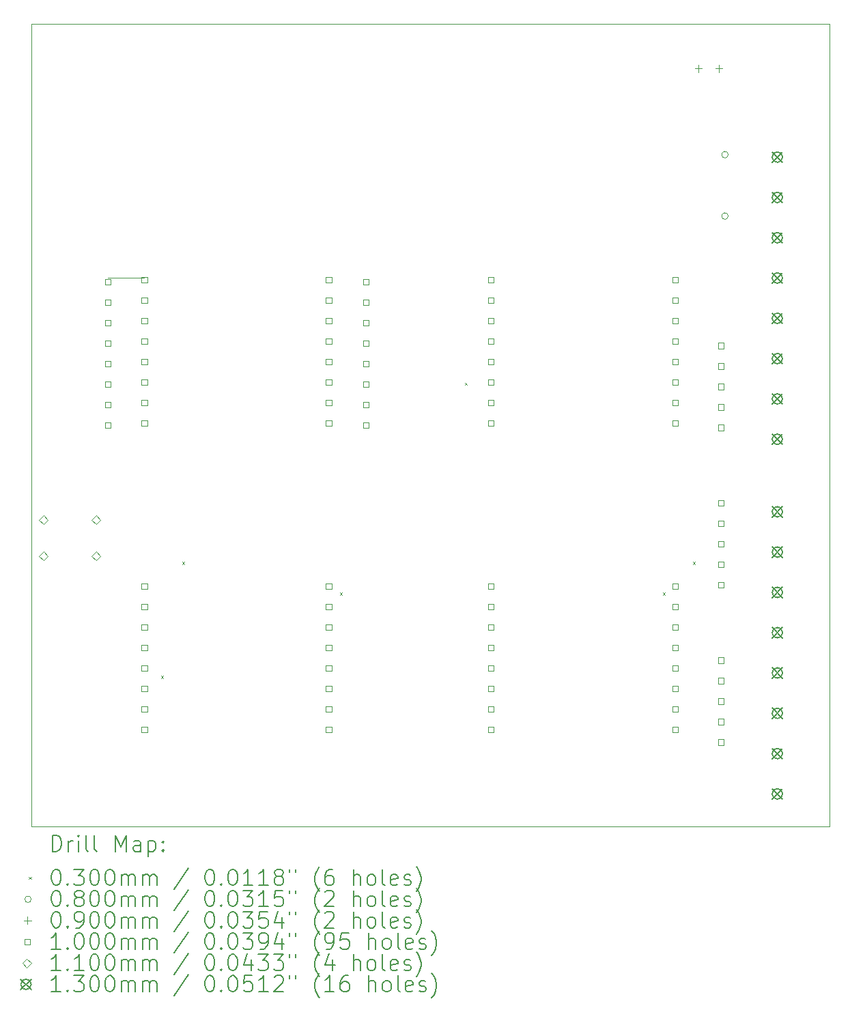
<source format=gbr>
%TF.GenerationSoftware,KiCad,Pcbnew,8.0.6*%
%TF.CreationDate,2024-12-16T01:29:45+05:30*%
%TF.ProjectId,esp_Extension,6573705f-4578-4746-956e-73696f6e2e6b,rev?*%
%TF.SameCoordinates,Original*%
%TF.FileFunction,Drillmap*%
%TF.FilePolarity,Positive*%
%FSLAX45Y45*%
G04 Gerber Fmt 4.5, Leading zero omitted, Abs format (unit mm)*
G04 Created by KiCad (PCBNEW 8.0.6) date 2024-12-16 01:29:45*
%MOMM*%
%LPD*%
G01*
G04 APERTURE LIST*
%ADD10C,0.050000*%
%ADD11C,0.200000*%
%ADD12C,0.100000*%
%ADD13C,0.110000*%
%ADD14C,0.130000*%
G04 APERTURE END LIST*
D10*
X4600000Y-6900000D02*
X5050000Y-6900000D01*
X3650000Y-3750000D02*
X13550000Y-3750000D01*
X13550000Y-13700000D01*
X3650000Y-13700000D01*
X3650000Y-3750000D01*
D11*
D12*
X5254510Y-11833170D02*
X5284510Y-11863170D01*
X5284510Y-11833170D02*
X5254510Y-11863170D01*
X5519980Y-10419120D02*
X5549980Y-10449120D01*
X5549980Y-10419120D02*
X5519980Y-10449120D01*
X7473390Y-10802180D02*
X7503390Y-10832180D01*
X7503390Y-10802180D02*
X7473390Y-10832180D01*
X9023020Y-8200130D02*
X9053020Y-8230130D01*
X9053020Y-8200130D02*
X9023020Y-8230130D01*
X11479600Y-10802210D02*
X11509600Y-10832210D01*
X11509600Y-10802210D02*
X11479600Y-10832210D01*
X11852650Y-10419120D02*
X11882650Y-10449120D01*
X11882650Y-10419120D02*
X11852650Y-10449120D01*
X12290000Y-5369000D02*
G75*
G02*
X12210000Y-5369000I-40000J0D01*
G01*
X12210000Y-5369000D02*
G75*
G02*
X12290000Y-5369000I40000J0D01*
G01*
X12290000Y-6131000D02*
G75*
G02*
X12210000Y-6131000I-40000J0D01*
G01*
X12210000Y-6131000D02*
G75*
G02*
X12290000Y-6131000I40000J0D01*
G01*
X11922500Y-4255000D02*
X11922500Y-4345000D01*
X11877500Y-4300000D02*
X11967500Y-4300000D01*
X12176500Y-4255000D02*
X12176500Y-4345000D01*
X12131500Y-4300000D02*
X12221500Y-4300000D01*
X4635356Y-6985356D02*
X4635356Y-6914644D01*
X4564644Y-6914644D01*
X4564644Y-6985356D01*
X4635356Y-6985356D01*
X4635356Y-7239356D02*
X4635356Y-7168644D01*
X4564644Y-7168644D01*
X4564644Y-7239356D01*
X4635356Y-7239356D01*
X4635356Y-7493356D02*
X4635356Y-7422644D01*
X4564644Y-7422644D01*
X4564644Y-7493356D01*
X4635356Y-7493356D01*
X4635356Y-7747356D02*
X4635356Y-7676644D01*
X4564644Y-7676644D01*
X4564644Y-7747356D01*
X4635356Y-7747356D01*
X4635356Y-8001356D02*
X4635356Y-7930644D01*
X4564644Y-7930644D01*
X4564644Y-8001356D01*
X4635356Y-8001356D01*
X4635356Y-8255356D02*
X4635356Y-8184644D01*
X4564644Y-8184644D01*
X4564644Y-8255356D01*
X4635356Y-8255356D01*
X4635356Y-8509356D02*
X4635356Y-8438644D01*
X4564644Y-8438644D01*
X4564644Y-8509356D01*
X4635356Y-8509356D01*
X4635356Y-8763356D02*
X4635356Y-8692644D01*
X4564644Y-8692644D01*
X4564644Y-8763356D01*
X4635356Y-8763356D01*
X5085356Y-6957356D02*
X5085356Y-6886644D01*
X5014644Y-6886644D01*
X5014644Y-6957356D01*
X5085356Y-6957356D01*
X5085356Y-7211356D02*
X5085356Y-7140644D01*
X5014644Y-7140644D01*
X5014644Y-7211356D01*
X5085356Y-7211356D01*
X5085356Y-7465356D02*
X5085356Y-7394644D01*
X5014644Y-7394644D01*
X5014644Y-7465356D01*
X5085356Y-7465356D01*
X5085356Y-7719356D02*
X5085356Y-7648644D01*
X5014644Y-7648644D01*
X5014644Y-7719356D01*
X5085356Y-7719356D01*
X5085356Y-7973356D02*
X5085356Y-7902644D01*
X5014644Y-7902644D01*
X5014644Y-7973356D01*
X5085356Y-7973356D01*
X5085356Y-8227356D02*
X5085356Y-8156644D01*
X5014644Y-8156644D01*
X5014644Y-8227356D01*
X5085356Y-8227356D01*
X5085356Y-8481356D02*
X5085356Y-8410644D01*
X5014644Y-8410644D01*
X5014644Y-8481356D01*
X5085356Y-8481356D01*
X5085356Y-8735356D02*
X5085356Y-8664644D01*
X5014644Y-8664644D01*
X5014644Y-8735356D01*
X5085356Y-8735356D01*
X5085356Y-10757356D02*
X5085356Y-10686644D01*
X5014644Y-10686644D01*
X5014644Y-10757356D01*
X5085356Y-10757356D01*
X5085356Y-11011356D02*
X5085356Y-10940644D01*
X5014644Y-10940644D01*
X5014644Y-11011356D01*
X5085356Y-11011356D01*
X5085356Y-11265356D02*
X5085356Y-11194644D01*
X5014644Y-11194644D01*
X5014644Y-11265356D01*
X5085356Y-11265356D01*
X5085356Y-11519356D02*
X5085356Y-11448644D01*
X5014644Y-11448644D01*
X5014644Y-11519356D01*
X5085356Y-11519356D01*
X5085356Y-11773356D02*
X5085356Y-11702644D01*
X5014644Y-11702644D01*
X5014644Y-11773356D01*
X5085356Y-11773356D01*
X5085356Y-12027356D02*
X5085356Y-11956644D01*
X5014644Y-11956644D01*
X5014644Y-12027356D01*
X5085356Y-12027356D01*
X5085356Y-12281356D02*
X5085356Y-12210644D01*
X5014644Y-12210644D01*
X5014644Y-12281356D01*
X5085356Y-12281356D01*
X5085356Y-12535356D02*
X5085356Y-12464644D01*
X5014644Y-12464644D01*
X5014644Y-12535356D01*
X5085356Y-12535356D01*
X7371356Y-6957356D02*
X7371356Y-6886644D01*
X7300644Y-6886644D01*
X7300644Y-6957356D01*
X7371356Y-6957356D01*
X7371356Y-7211356D02*
X7371356Y-7140644D01*
X7300644Y-7140644D01*
X7300644Y-7211356D01*
X7371356Y-7211356D01*
X7371356Y-7465356D02*
X7371356Y-7394644D01*
X7300644Y-7394644D01*
X7300644Y-7465356D01*
X7371356Y-7465356D01*
X7371356Y-7719356D02*
X7371356Y-7648644D01*
X7300644Y-7648644D01*
X7300644Y-7719356D01*
X7371356Y-7719356D01*
X7371356Y-7973356D02*
X7371356Y-7902644D01*
X7300644Y-7902644D01*
X7300644Y-7973356D01*
X7371356Y-7973356D01*
X7371356Y-8227356D02*
X7371356Y-8156644D01*
X7300644Y-8156644D01*
X7300644Y-8227356D01*
X7371356Y-8227356D01*
X7371356Y-8481356D02*
X7371356Y-8410644D01*
X7300644Y-8410644D01*
X7300644Y-8481356D01*
X7371356Y-8481356D01*
X7371356Y-8735356D02*
X7371356Y-8664644D01*
X7300644Y-8664644D01*
X7300644Y-8735356D01*
X7371356Y-8735356D01*
X7371356Y-10757356D02*
X7371356Y-10686644D01*
X7300644Y-10686644D01*
X7300644Y-10757356D01*
X7371356Y-10757356D01*
X7371356Y-11011356D02*
X7371356Y-10940644D01*
X7300644Y-10940644D01*
X7300644Y-11011356D01*
X7371356Y-11011356D01*
X7371356Y-11265356D02*
X7371356Y-11194644D01*
X7300644Y-11194644D01*
X7300644Y-11265356D01*
X7371356Y-11265356D01*
X7371356Y-11519356D02*
X7371356Y-11448644D01*
X7300644Y-11448644D01*
X7300644Y-11519356D01*
X7371356Y-11519356D01*
X7371356Y-11773356D02*
X7371356Y-11702644D01*
X7300644Y-11702644D01*
X7300644Y-11773356D01*
X7371356Y-11773356D01*
X7371356Y-12027356D02*
X7371356Y-11956644D01*
X7300644Y-11956644D01*
X7300644Y-12027356D01*
X7371356Y-12027356D01*
X7371356Y-12281356D02*
X7371356Y-12210644D01*
X7300644Y-12210644D01*
X7300644Y-12281356D01*
X7371356Y-12281356D01*
X7371356Y-12535356D02*
X7371356Y-12464644D01*
X7300644Y-12464644D01*
X7300644Y-12535356D01*
X7371356Y-12535356D01*
X7835356Y-6981356D02*
X7835356Y-6910644D01*
X7764644Y-6910644D01*
X7764644Y-6981356D01*
X7835356Y-6981356D01*
X7835356Y-7235356D02*
X7835356Y-7164644D01*
X7764644Y-7164644D01*
X7764644Y-7235356D01*
X7835356Y-7235356D01*
X7835356Y-7489356D02*
X7835356Y-7418644D01*
X7764644Y-7418644D01*
X7764644Y-7489356D01*
X7835356Y-7489356D01*
X7835356Y-7743356D02*
X7835356Y-7672644D01*
X7764644Y-7672644D01*
X7764644Y-7743356D01*
X7835356Y-7743356D01*
X7835356Y-7997356D02*
X7835356Y-7926644D01*
X7764644Y-7926644D01*
X7764644Y-7997356D01*
X7835356Y-7997356D01*
X7835356Y-8251356D02*
X7835356Y-8180644D01*
X7764644Y-8180644D01*
X7764644Y-8251356D01*
X7835356Y-8251356D01*
X7835356Y-8505356D02*
X7835356Y-8434644D01*
X7764644Y-8434644D01*
X7764644Y-8505356D01*
X7835356Y-8505356D01*
X7835356Y-8759356D02*
X7835356Y-8688644D01*
X7764644Y-8688644D01*
X7764644Y-8759356D01*
X7835356Y-8759356D01*
X9385356Y-6957356D02*
X9385356Y-6886644D01*
X9314644Y-6886644D01*
X9314644Y-6957356D01*
X9385356Y-6957356D01*
X9385356Y-7211356D02*
X9385356Y-7140644D01*
X9314644Y-7140644D01*
X9314644Y-7211356D01*
X9385356Y-7211356D01*
X9385356Y-7465356D02*
X9385356Y-7394644D01*
X9314644Y-7394644D01*
X9314644Y-7465356D01*
X9385356Y-7465356D01*
X9385356Y-7719356D02*
X9385356Y-7648644D01*
X9314644Y-7648644D01*
X9314644Y-7719356D01*
X9385356Y-7719356D01*
X9385356Y-7973356D02*
X9385356Y-7902644D01*
X9314644Y-7902644D01*
X9314644Y-7973356D01*
X9385356Y-7973356D01*
X9385356Y-8227356D02*
X9385356Y-8156644D01*
X9314644Y-8156644D01*
X9314644Y-8227356D01*
X9385356Y-8227356D01*
X9385356Y-8481356D02*
X9385356Y-8410644D01*
X9314644Y-8410644D01*
X9314644Y-8481356D01*
X9385356Y-8481356D01*
X9385356Y-8735356D02*
X9385356Y-8664644D01*
X9314644Y-8664644D01*
X9314644Y-8735356D01*
X9385356Y-8735356D01*
X9385356Y-10757356D02*
X9385356Y-10686644D01*
X9314644Y-10686644D01*
X9314644Y-10757356D01*
X9385356Y-10757356D01*
X9385356Y-11011356D02*
X9385356Y-10940644D01*
X9314644Y-10940644D01*
X9314644Y-11011356D01*
X9385356Y-11011356D01*
X9385356Y-11265356D02*
X9385356Y-11194644D01*
X9314644Y-11194644D01*
X9314644Y-11265356D01*
X9385356Y-11265356D01*
X9385356Y-11519356D02*
X9385356Y-11448644D01*
X9314644Y-11448644D01*
X9314644Y-11519356D01*
X9385356Y-11519356D01*
X9385356Y-11773356D02*
X9385356Y-11702644D01*
X9314644Y-11702644D01*
X9314644Y-11773356D01*
X9385356Y-11773356D01*
X9385356Y-12027356D02*
X9385356Y-11956644D01*
X9314644Y-11956644D01*
X9314644Y-12027356D01*
X9385356Y-12027356D01*
X9385356Y-12281356D02*
X9385356Y-12210644D01*
X9314644Y-12210644D01*
X9314644Y-12281356D01*
X9385356Y-12281356D01*
X9385356Y-12535356D02*
X9385356Y-12464644D01*
X9314644Y-12464644D01*
X9314644Y-12535356D01*
X9385356Y-12535356D01*
X11671356Y-6957356D02*
X11671356Y-6886644D01*
X11600644Y-6886644D01*
X11600644Y-6957356D01*
X11671356Y-6957356D01*
X11671356Y-7211356D02*
X11671356Y-7140644D01*
X11600644Y-7140644D01*
X11600644Y-7211356D01*
X11671356Y-7211356D01*
X11671356Y-7465356D02*
X11671356Y-7394644D01*
X11600644Y-7394644D01*
X11600644Y-7465356D01*
X11671356Y-7465356D01*
X11671356Y-7719356D02*
X11671356Y-7648644D01*
X11600644Y-7648644D01*
X11600644Y-7719356D01*
X11671356Y-7719356D01*
X11671356Y-7973356D02*
X11671356Y-7902644D01*
X11600644Y-7902644D01*
X11600644Y-7973356D01*
X11671356Y-7973356D01*
X11671356Y-8227356D02*
X11671356Y-8156644D01*
X11600644Y-8156644D01*
X11600644Y-8227356D01*
X11671356Y-8227356D01*
X11671356Y-8481356D02*
X11671356Y-8410644D01*
X11600644Y-8410644D01*
X11600644Y-8481356D01*
X11671356Y-8481356D01*
X11671356Y-8735356D02*
X11671356Y-8664644D01*
X11600644Y-8664644D01*
X11600644Y-8735356D01*
X11671356Y-8735356D01*
X11671356Y-10757356D02*
X11671356Y-10686644D01*
X11600644Y-10686644D01*
X11600644Y-10757356D01*
X11671356Y-10757356D01*
X11671356Y-11011356D02*
X11671356Y-10940644D01*
X11600644Y-10940644D01*
X11600644Y-11011356D01*
X11671356Y-11011356D01*
X11671356Y-11265356D02*
X11671356Y-11194644D01*
X11600644Y-11194644D01*
X11600644Y-11265356D01*
X11671356Y-11265356D01*
X11671356Y-11519356D02*
X11671356Y-11448644D01*
X11600644Y-11448644D01*
X11600644Y-11519356D01*
X11671356Y-11519356D01*
X11671356Y-11773356D02*
X11671356Y-11702644D01*
X11600644Y-11702644D01*
X11600644Y-11773356D01*
X11671356Y-11773356D01*
X11671356Y-12027356D02*
X11671356Y-11956644D01*
X11600644Y-11956644D01*
X11600644Y-12027356D01*
X11671356Y-12027356D01*
X11671356Y-12281356D02*
X11671356Y-12210644D01*
X11600644Y-12210644D01*
X11600644Y-12281356D01*
X11671356Y-12281356D01*
X11671356Y-12535356D02*
X11671356Y-12464644D01*
X11600644Y-12464644D01*
X11600644Y-12535356D01*
X11671356Y-12535356D01*
X12235356Y-7773356D02*
X12235356Y-7702644D01*
X12164644Y-7702644D01*
X12164644Y-7773356D01*
X12235356Y-7773356D01*
X12235356Y-8027356D02*
X12235356Y-7956644D01*
X12164644Y-7956644D01*
X12164644Y-8027356D01*
X12235356Y-8027356D01*
X12235356Y-8281356D02*
X12235356Y-8210644D01*
X12164644Y-8210644D01*
X12164644Y-8281356D01*
X12235356Y-8281356D01*
X12235356Y-8535356D02*
X12235356Y-8464644D01*
X12164644Y-8464644D01*
X12164644Y-8535356D01*
X12235356Y-8535356D01*
X12235356Y-8789356D02*
X12235356Y-8718644D01*
X12164644Y-8718644D01*
X12164644Y-8789356D01*
X12235356Y-8789356D01*
X12235356Y-9727856D02*
X12235356Y-9657144D01*
X12164644Y-9657144D01*
X12164644Y-9727856D01*
X12235356Y-9727856D01*
X12235356Y-9981856D02*
X12235356Y-9911144D01*
X12164644Y-9911144D01*
X12164644Y-9981856D01*
X12235356Y-9981856D01*
X12235356Y-10235856D02*
X12235356Y-10165144D01*
X12164644Y-10165144D01*
X12164644Y-10235856D01*
X12235356Y-10235856D01*
X12235356Y-10489856D02*
X12235356Y-10419144D01*
X12164644Y-10419144D01*
X12164644Y-10489856D01*
X12235356Y-10489856D01*
X12235356Y-10743856D02*
X12235356Y-10673144D01*
X12164644Y-10673144D01*
X12164644Y-10743856D01*
X12235356Y-10743856D01*
X12235356Y-11677856D02*
X12235356Y-11607144D01*
X12164644Y-11607144D01*
X12164644Y-11677856D01*
X12235356Y-11677856D01*
X12235356Y-11931856D02*
X12235356Y-11861144D01*
X12164644Y-11861144D01*
X12164644Y-11931856D01*
X12235356Y-11931856D01*
X12235356Y-12185856D02*
X12235356Y-12115144D01*
X12164644Y-12115144D01*
X12164644Y-12185856D01*
X12235356Y-12185856D01*
X12235356Y-12439856D02*
X12235356Y-12369144D01*
X12164644Y-12369144D01*
X12164644Y-12439856D01*
X12235356Y-12439856D01*
X12235356Y-12693856D02*
X12235356Y-12623144D01*
X12164644Y-12623144D01*
X12164644Y-12693856D01*
X12235356Y-12693856D01*
D13*
X3800000Y-9955000D02*
X3855000Y-9900000D01*
X3800000Y-9845000D01*
X3745000Y-9900000D01*
X3800000Y-9955000D01*
X3800000Y-10405000D02*
X3855000Y-10350000D01*
X3800000Y-10295000D01*
X3745000Y-10350000D01*
X3800000Y-10405000D01*
X4450000Y-9955000D02*
X4505000Y-9900000D01*
X4450000Y-9845000D01*
X4395000Y-9900000D01*
X4450000Y-9955000D01*
X4450000Y-10405000D02*
X4505000Y-10350000D01*
X4450000Y-10295000D01*
X4395000Y-10350000D01*
X4450000Y-10405000D01*
D14*
X12835000Y-5335000D02*
X12965000Y-5465000D01*
X12965000Y-5335000D02*
X12835000Y-5465000D01*
X12965000Y-5400000D02*
G75*
G02*
X12835000Y-5400000I-65000J0D01*
G01*
X12835000Y-5400000D02*
G75*
G02*
X12965000Y-5400000I65000J0D01*
G01*
X12835000Y-5835000D02*
X12965000Y-5965000D01*
X12965000Y-5835000D02*
X12835000Y-5965000D01*
X12965000Y-5900000D02*
G75*
G02*
X12835000Y-5900000I-65000J0D01*
G01*
X12835000Y-5900000D02*
G75*
G02*
X12965000Y-5900000I65000J0D01*
G01*
X12835000Y-6335000D02*
X12965000Y-6465000D01*
X12965000Y-6335000D02*
X12835000Y-6465000D01*
X12965000Y-6400000D02*
G75*
G02*
X12835000Y-6400000I-65000J0D01*
G01*
X12835000Y-6400000D02*
G75*
G02*
X12965000Y-6400000I65000J0D01*
G01*
X12835000Y-6835000D02*
X12965000Y-6965000D01*
X12965000Y-6835000D02*
X12835000Y-6965000D01*
X12965000Y-6900000D02*
G75*
G02*
X12835000Y-6900000I-65000J0D01*
G01*
X12835000Y-6900000D02*
G75*
G02*
X12965000Y-6900000I65000J0D01*
G01*
X12835000Y-7335000D02*
X12965000Y-7465000D01*
X12965000Y-7335000D02*
X12835000Y-7465000D01*
X12965000Y-7400000D02*
G75*
G02*
X12835000Y-7400000I-65000J0D01*
G01*
X12835000Y-7400000D02*
G75*
G02*
X12965000Y-7400000I65000J0D01*
G01*
X12835000Y-7835000D02*
X12965000Y-7965000D01*
X12965000Y-7835000D02*
X12835000Y-7965000D01*
X12965000Y-7900000D02*
G75*
G02*
X12835000Y-7900000I-65000J0D01*
G01*
X12835000Y-7900000D02*
G75*
G02*
X12965000Y-7900000I65000J0D01*
G01*
X12835000Y-8335000D02*
X12965000Y-8465000D01*
X12965000Y-8335000D02*
X12835000Y-8465000D01*
X12965000Y-8400000D02*
G75*
G02*
X12835000Y-8400000I-65000J0D01*
G01*
X12835000Y-8400000D02*
G75*
G02*
X12965000Y-8400000I65000J0D01*
G01*
X12835000Y-8835000D02*
X12965000Y-8965000D01*
X12965000Y-8835000D02*
X12835000Y-8965000D01*
X12965000Y-8900000D02*
G75*
G02*
X12835000Y-8900000I-65000J0D01*
G01*
X12835000Y-8900000D02*
G75*
G02*
X12965000Y-8900000I65000J0D01*
G01*
X12835000Y-9735000D02*
X12965000Y-9865000D01*
X12965000Y-9735000D02*
X12835000Y-9865000D01*
X12965000Y-9800000D02*
G75*
G02*
X12835000Y-9800000I-65000J0D01*
G01*
X12835000Y-9800000D02*
G75*
G02*
X12965000Y-9800000I65000J0D01*
G01*
X12835000Y-10235000D02*
X12965000Y-10365000D01*
X12965000Y-10235000D02*
X12835000Y-10365000D01*
X12965000Y-10300000D02*
G75*
G02*
X12835000Y-10300000I-65000J0D01*
G01*
X12835000Y-10300000D02*
G75*
G02*
X12965000Y-10300000I65000J0D01*
G01*
X12835000Y-10735000D02*
X12965000Y-10865000D01*
X12965000Y-10735000D02*
X12835000Y-10865000D01*
X12965000Y-10800000D02*
G75*
G02*
X12835000Y-10800000I-65000J0D01*
G01*
X12835000Y-10800000D02*
G75*
G02*
X12965000Y-10800000I65000J0D01*
G01*
X12835000Y-11235000D02*
X12965000Y-11365000D01*
X12965000Y-11235000D02*
X12835000Y-11365000D01*
X12965000Y-11300000D02*
G75*
G02*
X12835000Y-11300000I-65000J0D01*
G01*
X12835000Y-11300000D02*
G75*
G02*
X12965000Y-11300000I65000J0D01*
G01*
X12835000Y-11735000D02*
X12965000Y-11865000D01*
X12965000Y-11735000D02*
X12835000Y-11865000D01*
X12965000Y-11800000D02*
G75*
G02*
X12835000Y-11800000I-65000J0D01*
G01*
X12835000Y-11800000D02*
G75*
G02*
X12965000Y-11800000I65000J0D01*
G01*
X12835000Y-12235000D02*
X12965000Y-12365000D01*
X12965000Y-12235000D02*
X12835000Y-12365000D01*
X12965000Y-12300000D02*
G75*
G02*
X12835000Y-12300000I-65000J0D01*
G01*
X12835000Y-12300000D02*
G75*
G02*
X12965000Y-12300000I65000J0D01*
G01*
X12835000Y-12735000D02*
X12965000Y-12865000D01*
X12965000Y-12735000D02*
X12835000Y-12865000D01*
X12965000Y-12800000D02*
G75*
G02*
X12835000Y-12800000I-65000J0D01*
G01*
X12835000Y-12800000D02*
G75*
G02*
X12965000Y-12800000I65000J0D01*
G01*
X12835000Y-13235000D02*
X12965000Y-13365000D01*
X12965000Y-13235000D02*
X12835000Y-13365000D01*
X12965000Y-13300000D02*
G75*
G02*
X12835000Y-13300000I-65000J0D01*
G01*
X12835000Y-13300000D02*
G75*
G02*
X12965000Y-13300000I65000J0D01*
G01*
D11*
X3908277Y-14013984D02*
X3908277Y-13813984D01*
X3908277Y-13813984D02*
X3955896Y-13813984D01*
X3955896Y-13813984D02*
X3984467Y-13823508D01*
X3984467Y-13823508D02*
X4003515Y-13842555D01*
X4003515Y-13842555D02*
X4013039Y-13861603D01*
X4013039Y-13861603D02*
X4022562Y-13899698D01*
X4022562Y-13899698D02*
X4022562Y-13928269D01*
X4022562Y-13928269D02*
X4013039Y-13966365D01*
X4013039Y-13966365D02*
X4003515Y-13985412D01*
X4003515Y-13985412D02*
X3984467Y-14004460D01*
X3984467Y-14004460D02*
X3955896Y-14013984D01*
X3955896Y-14013984D02*
X3908277Y-14013984D01*
X4108277Y-14013984D02*
X4108277Y-13880650D01*
X4108277Y-13918746D02*
X4117801Y-13899698D01*
X4117801Y-13899698D02*
X4127324Y-13890174D01*
X4127324Y-13890174D02*
X4146372Y-13880650D01*
X4146372Y-13880650D02*
X4165420Y-13880650D01*
X4232086Y-14013984D02*
X4232086Y-13880650D01*
X4232086Y-13813984D02*
X4222563Y-13823508D01*
X4222563Y-13823508D02*
X4232086Y-13833031D01*
X4232086Y-13833031D02*
X4241610Y-13823508D01*
X4241610Y-13823508D02*
X4232086Y-13813984D01*
X4232086Y-13813984D02*
X4232086Y-13833031D01*
X4355896Y-14013984D02*
X4336848Y-14004460D01*
X4336848Y-14004460D02*
X4327324Y-13985412D01*
X4327324Y-13985412D02*
X4327324Y-13813984D01*
X4460658Y-14013984D02*
X4441610Y-14004460D01*
X4441610Y-14004460D02*
X4432086Y-13985412D01*
X4432086Y-13985412D02*
X4432086Y-13813984D01*
X4689229Y-14013984D02*
X4689229Y-13813984D01*
X4689229Y-13813984D02*
X4755896Y-13956841D01*
X4755896Y-13956841D02*
X4822563Y-13813984D01*
X4822563Y-13813984D02*
X4822563Y-14013984D01*
X5003515Y-14013984D02*
X5003515Y-13909222D01*
X5003515Y-13909222D02*
X4993991Y-13890174D01*
X4993991Y-13890174D02*
X4974944Y-13880650D01*
X4974944Y-13880650D02*
X4936848Y-13880650D01*
X4936848Y-13880650D02*
X4917801Y-13890174D01*
X5003515Y-14004460D02*
X4984467Y-14013984D01*
X4984467Y-14013984D02*
X4936848Y-14013984D01*
X4936848Y-14013984D02*
X4917801Y-14004460D01*
X4917801Y-14004460D02*
X4908277Y-13985412D01*
X4908277Y-13985412D02*
X4908277Y-13966365D01*
X4908277Y-13966365D02*
X4917801Y-13947317D01*
X4917801Y-13947317D02*
X4936848Y-13937793D01*
X4936848Y-13937793D02*
X4984467Y-13937793D01*
X4984467Y-13937793D02*
X5003515Y-13928269D01*
X5098753Y-13880650D02*
X5098753Y-14080650D01*
X5098753Y-13890174D02*
X5117801Y-13880650D01*
X5117801Y-13880650D02*
X5155896Y-13880650D01*
X5155896Y-13880650D02*
X5174944Y-13890174D01*
X5174944Y-13890174D02*
X5184467Y-13899698D01*
X5184467Y-13899698D02*
X5193991Y-13918746D01*
X5193991Y-13918746D02*
X5193991Y-13975888D01*
X5193991Y-13975888D02*
X5184467Y-13994936D01*
X5184467Y-13994936D02*
X5174944Y-14004460D01*
X5174944Y-14004460D02*
X5155896Y-14013984D01*
X5155896Y-14013984D02*
X5117801Y-14013984D01*
X5117801Y-14013984D02*
X5098753Y-14004460D01*
X5279705Y-13994936D02*
X5289229Y-14004460D01*
X5289229Y-14004460D02*
X5279705Y-14013984D01*
X5279705Y-14013984D02*
X5270182Y-14004460D01*
X5270182Y-14004460D02*
X5279705Y-13994936D01*
X5279705Y-13994936D02*
X5279705Y-14013984D01*
X5279705Y-13890174D02*
X5289229Y-13899698D01*
X5289229Y-13899698D02*
X5279705Y-13909222D01*
X5279705Y-13909222D02*
X5270182Y-13899698D01*
X5270182Y-13899698D02*
X5279705Y-13890174D01*
X5279705Y-13890174D02*
X5279705Y-13909222D01*
D12*
X3617500Y-14327500D02*
X3647500Y-14357500D01*
X3647500Y-14327500D02*
X3617500Y-14357500D01*
D11*
X3946372Y-14233984D02*
X3965420Y-14233984D01*
X3965420Y-14233984D02*
X3984467Y-14243508D01*
X3984467Y-14243508D02*
X3993991Y-14253031D01*
X3993991Y-14253031D02*
X4003515Y-14272079D01*
X4003515Y-14272079D02*
X4013039Y-14310174D01*
X4013039Y-14310174D02*
X4013039Y-14357793D01*
X4013039Y-14357793D02*
X4003515Y-14395888D01*
X4003515Y-14395888D02*
X3993991Y-14414936D01*
X3993991Y-14414936D02*
X3984467Y-14424460D01*
X3984467Y-14424460D02*
X3965420Y-14433984D01*
X3965420Y-14433984D02*
X3946372Y-14433984D01*
X3946372Y-14433984D02*
X3927324Y-14424460D01*
X3927324Y-14424460D02*
X3917801Y-14414936D01*
X3917801Y-14414936D02*
X3908277Y-14395888D01*
X3908277Y-14395888D02*
X3898753Y-14357793D01*
X3898753Y-14357793D02*
X3898753Y-14310174D01*
X3898753Y-14310174D02*
X3908277Y-14272079D01*
X3908277Y-14272079D02*
X3917801Y-14253031D01*
X3917801Y-14253031D02*
X3927324Y-14243508D01*
X3927324Y-14243508D02*
X3946372Y-14233984D01*
X4098753Y-14414936D02*
X4108277Y-14424460D01*
X4108277Y-14424460D02*
X4098753Y-14433984D01*
X4098753Y-14433984D02*
X4089229Y-14424460D01*
X4089229Y-14424460D02*
X4098753Y-14414936D01*
X4098753Y-14414936D02*
X4098753Y-14433984D01*
X4174943Y-14233984D02*
X4298753Y-14233984D01*
X4298753Y-14233984D02*
X4232086Y-14310174D01*
X4232086Y-14310174D02*
X4260658Y-14310174D01*
X4260658Y-14310174D02*
X4279705Y-14319698D01*
X4279705Y-14319698D02*
X4289229Y-14329222D01*
X4289229Y-14329222D02*
X4298753Y-14348269D01*
X4298753Y-14348269D02*
X4298753Y-14395888D01*
X4298753Y-14395888D02*
X4289229Y-14414936D01*
X4289229Y-14414936D02*
X4279705Y-14424460D01*
X4279705Y-14424460D02*
X4260658Y-14433984D01*
X4260658Y-14433984D02*
X4203515Y-14433984D01*
X4203515Y-14433984D02*
X4184467Y-14424460D01*
X4184467Y-14424460D02*
X4174943Y-14414936D01*
X4422563Y-14233984D02*
X4441610Y-14233984D01*
X4441610Y-14233984D02*
X4460658Y-14243508D01*
X4460658Y-14243508D02*
X4470182Y-14253031D01*
X4470182Y-14253031D02*
X4479705Y-14272079D01*
X4479705Y-14272079D02*
X4489229Y-14310174D01*
X4489229Y-14310174D02*
X4489229Y-14357793D01*
X4489229Y-14357793D02*
X4479705Y-14395888D01*
X4479705Y-14395888D02*
X4470182Y-14414936D01*
X4470182Y-14414936D02*
X4460658Y-14424460D01*
X4460658Y-14424460D02*
X4441610Y-14433984D01*
X4441610Y-14433984D02*
X4422563Y-14433984D01*
X4422563Y-14433984D02*
X4403515Y-14424460D01*
X4403515Y-14424460D02*
X4393991Y-14414936D01*
X4393991Y-14414936D02*
X4384467Y-14395888D01*
X4384467Y-14395888D02*
X4374944Y-14357793D01*
X4374944Y-14357793D02*
X4374944Y-14310174D01*
X4374944Y-14310174D02*
X4384467Y-14272079D01*
X4384467Y-14272079D02*
X4393991Y-14253031D01*
X4393991Y-14253031D02*
X4403515Y-14243508D01*
X4403515Y-14243508D02*
X4422563Y-14233984D01*
X4613039Y-14233984D02*
X4632086Y-14233984D01*
X4632086Y-14233984D02*
X4651134Y-14243508D01*
X4651134Y-14243508D02*
X4660658Y-14253031D01*
X4660658Y-14253031D02*
X4670182Y-14272079D01*
X4670182Y-14272079D02*
X4679705Y-14310174D01*
X4679705Y-14310174D02*
X4679705Y-14357793D01*
X4679705Y-14357793D02*
X4670182Y-14395888D01*
X4670182Y-14395888D02*
X4660658Y-14414936D01*
X4660658Y-14414936D02*
X4651134Y-14424460D01*
X4651134Y-14424460D02*
X4632086Y-14433984D01*
X4632086Y-14433984D02*
X4613039Y-14433984D01*
X4613039Y-14433984D02*
X4593991Y-14424460D01*
X4593991Y-14424460D02*
X4584467Y-14414936D01*
X4584467Y-14414936D02*
X4574944Y-14395888D01*
X4574944Y-14395888D02*
X4565420Y-14357793D01*
X4565420Y-14357793D02*
X4565420Y-14310174D01*
X4565420Y-14310174D02*
X4574944Y-14272079D01*
X4574944Y-14272079D02*
X4584467Y-14253031D01*
X4584467Y-14253031D02*
X4593991Y-14243508D01*
X4593991Y-14243508D02*
X4613039Y-14233984D01*
X4765420Y-14433984D02*
X4765420Y-14300650D01*
X4765420Y-14319698D02*
X4774944Y-14310174D01*
X4774944Y-14310174D02*
X4793991Y-14300650D01*
X4793991Y-14300650D02*
X4822563Y-14300650D01*
X4822563Y-14300650D02*
X4841610Y-14310174D01*
X4841610Y-14310174D02*
X4851134Y-14329222D01*
X4851134Y-14329222D02*
X4851134Y-14433984D01*
X4851134Y-14329222D02*
X4860658Y-14310174D01*
X4860658Y-14310174D02*
X4879705Y-14300650D01*
X4879705Y-14300650D02*
X4908277Y-14300650D01*
X4908277Y-14300650D02*
X4927325Y-14310174D01*
X4927325Y-14310174D02*
X4936848Y-14329222D01*
X4936848Y-14329222D02*
X4936848Y-14433984D01*
X5032086Y-14433984D02*
X5032086Y-14300650D01*
X5032086Y-14319698D02*
X5041610Y-14310174D01*
X5041610Y-14310174D02*
X5060658Y-14300650D01*
X5060658Y-14300650D02*
X5089229Y-14300650D01*
X5089229Y-14300650D02*
X5108277Y-14310174D01*
X5108277Y-14310174D02*
X5117801Y-14329222D01*
X5117801Y-14329222D02*
X5117801Y-14433984D01*
X5117801Y-14329222D02*
X5127325Y-14310174D01*
X5127325Y-14310174D02*
X5146372Y-14300650D01*
X5146372Y-14300650D02*
X5174944Y-14300650D01*
X5174944Y-14300650D02*
X5193991Y-14310174D01*
X5193991Y-14310174D02*
X5203515Y-14329222D01*
X5203515Y-14329222D02*
X5203515Y-14433984D01*
X5593991Y-14224460D02*
X5422563Y-14481603D01*
X5851134Y-14233984D02*
X5870182Y-14233984D01*
X5870182Y-14233984D02*
X5889229Y-14243508D01*
X5889229Y-14243508D02*
X5898753Y-14253031D01*
X5898753Y-14253031D02*
X5908277Y-14272079D01*
X5908277Y-14272079D02*
X5917801Y-14310174D01*
X5917801Y-14310174D02*
X5917801Y-14357793D01*
X5917801Y-14357793D02*
X5908277Y-14395888D01*
X5908277Y-14395888D02*
X5898753Y-14414936D01*
X5898753Y-14414936D02*
X5889229Y-14424460D01*
X5889229Y-14424460D02*
X5870182Y-14433984D01*
X5870182Y-14433984D02*
X5851134Y-14433984D01*
X5851134Y-14433984D02*
X5832086Y-14424460D01*
X5832086Y-14424460D02*
X5822563Y-14414936D01*
X5822563Y-14414936D02*
X5813039Y-14395888D01*
X5813039Y-14395888D02*
X5803515Y-14357793D01*
X5803515Y-14357793D02*
X5803515Y-14310174D01*
X5803515Y-14310174D02*
X5813039Y-14272079D01*
X5813039Y-14272079D02*
X5822563Y-14253031D01*
X5822563Y-14253031D02*
X5832086Y-14243508D01*
X5832086Y-14243508D02*
X5851134Y-14233984D01*
X6003515Y-14414936D02*
X6013039Y-14424460D01*
X6013039Y-14424460D02*
X6003515Y-14433984D01*
X6003515Y-14433984D02*
X5993991Y-14424460D01*
X5993991Y-14424460D02*
X6003515Y-14414936D01*
X6003515Y-14414936D02*
X6003515Y-14433984D01*
X6136848Y-14233984D02*
X6155896Y-14233984D01*
X6155896Y-14233984D02*
X6174944Y-14243508D01*
X6174944Y-14243508D02*
X6184467Y-14253031D01*
X6184467Y-14253031D02*
X6193991Y-14272079D01*
X6193991Y-14272079D02*
X6203515Y-14310174D01*
X6203515Y-14310174D02*
X6203515Y-14357793D01*
X6203515Y-14357793D02*
X6193991Y-14395888D01*
X6193991Y-14395888D02*
X6184467Y-14414936D01*
X6184467Y-14414936D02*
X6174944Y-14424460D01*
X6174944Y-14424460D02*
X6155896Y-14433984D01*
X6155896Y-14433984D02*
X6136848Y-14433984D01*
X6136848Y-14433984D02*
X6117801Y-14424460D01*
X6117801Y-14424460D02*
X6108277Y-14414936D01*
X6108277Y-14414936D02*
X6098753Y-14395888D01*
X6098753Y-14395888D02*
X6089229Y-14357793D01*
X6089229Y-14357793D02*
X6089229Y-14310174D01*
X6089229Y-14310174D02*
X6098753Y-14272079D01*
X6098753Y-14272079D02*
X6108277Y-14253031D01*
X6108277Y-14253031D02*
X6117801Y-14243508D01*
X6117801Y-14243508D02*
X6136848Y-14233984D01*
X6393991Y-14433984D02*
X6279706Y-14433984D01*
X6336848Y-14433984D02*
X6336848Y-14233984D01*
X6336848Y-14233984D02*
X6317801Y-14262555D01*
X6317801Y-14262555D02*
X6298753Y-14281603D01*
X6298753Y-14281603D02*
X6279706Y-14291127D01*
X6584467Y-14433984D02*
X6470182Y-14433984D01*
X6527325Y-14433984D02*
X6527325Y-14233984D01*
X6527325Y-14233984D02*
X6508277Y-14262555D01*
X6508277Y-14262555D02*
X6489229Y-14281603D01*
X6489229Y-14281603D02*
X6470182Y-14291127D01*
X6698753Y-14319698D02*
X6679706Y-14310174D01*
X6679706Y-14310174D02*
X6670182Y-14300650D01*
X6670182Y-14300650D02*
X6660658Y-14281603D01*
X6660658Y-14281603D02*
X6660658Y-14272079D01*
X6660658Y-14272079D02*
X6670182Y-14253031D01*
X6670182Y-14253031D02*
X6679706Y-14243508D01*
X6679706Y-14243508D02*
X6698753Y-14233984D01*
X6698753Y-14233984D02*
X6736848Y-14233984D01*
X6736848Y-14233984D02*
X6755896Y-14243508D01*
X6755896Y-14243508D02*
X6765420Y-14253031D01*
X6765420Y-14253031D02*
X6774944Y-14272079D01*
X6774944Y-14272079D02*
X6774944Y-14281603D01*
X6774944Y-14281603D02*
X6765420Y-14300650D01*
X6765420Y-14300650D02*
X6755896Y-14310174D01*
X6755896Y-14310174D02*
X6736848Y-14319698D01*
X6736848Y-14319698D02*
X6698753Y-14319698D01*
X6698753Y-14319698D02*
X6679706Y-14329222D01*
X6679706Y-14329222D02*
X6670182Y-14338746D01*
X6670182Y-14338746D02*
X6660658Y-14357793D01*
X6660658Y-14357793D02*
X6660658Y-14395888D01*
X6660658Y-14395888D02*
X6670182Y-14414936D01*
X6670182Y-14414936D02*
X6679706Y-14424460D01*
X6679706Y-14424460D02*
X6698753Y-14433984D01*
X6698753Y-14433984D02*
X6736848Y-14433984D01*
X6736848Y-14433984D02*
X6755896Y-14424460D01*
X6755896Y-14424460D02*
X6765420Y-14414936D01*
X6765420Y-14414936D02*
X6774944Y-14395888D01*
X6774944Y-14395888D02*
X6774944Y-14357793D01*
X6774944Y-14357793D02*
X6765420Y-14338746D01*
X6765420Y-14338746D02*
X6755896Y-14329222D01*
X6755896Y-14329222D02*
X6736848Y-14319698D01*
X6851134Y-14233984D02*
X6851134Y-14272079D01*
X6927325Y-14233984D02*
X6927325Y-14272079D01*
X7222563Y-14510174D02*
X7213039Y-14500650D01*
X7213039Y-14500650D02*
X7193991Y-14472079D01*
X7193991Y-14472079D02*
X7184468Y-14453031D01*
X7184468Y-14453031D02*
X7174944Y-14424460D01*
X7174944Y-14424460D02*
X7165420Y-14376841D01*
X7165420Y-14376841D02*
X7165420Y-14338746D01*
X7165420Y-14338746D02*
X7174944Y-14291127D01*
X7174944Y-14291127D02*
X7184468Y-14262555D01*
X7184468Y-14262555D02*
X7193991Y-14243508D01*
X7193991Y-14243508D02*
X7213039Y-14214936D01*
X7213039Y-14214936D02*
X7222563Y-14205412D01*
X7384468Y-14233984D02*
X7346372Y-14233984D01*
X7346372Y-14233984D02*
X7327325Y-14243508D01*
X7327325Y-14243508D02*
X7317801Y-14253031D01*
X7317801Y-14253031D02*
X7298753Y-14281603D01*
X7298753Y-14281603D02*
X7289229Y-14319698D01*
X7289229Y-14319698D02*
X7289229Y-14395888D01*
X7289229Y-14395888D02*
X7298753Y-14414936D01*
X7298753Y-14414936D02*
X7308277Y-14424460D01*
X7308277Y-14424460D02*
X7327325Y-14433984D01*
X7327325Y-14433984D02*
X7365420Y-14433984D01*
X7365420Y-14433984D02*
X7384468Y-14424460D01*
X7384468Y-14424460D02*
X7393991Y-14414936D01*
X7393991Y-14414936D02*
X7403515Y-14395888D01*
X7403515Y-14395888D02*
X7403515Y-14348269D01*
X7403515Y-14348269D02*
X7393991Y-14329222D01*
X7393991Y-14329222D02*
X7384468Y-14319698D01*
X7384468Y-14319698D02*
X7365420Y-14310174D01*
X7365420Y-14310174D02*
X7327325Y-14310174D01*
X7327325Y-14310174D02*
X7308277Y-14319698D01*
X7308277Y-14319698D02*
X7298753Y-14329222D01*
X7298753Y-14329222D02*
X7289229Y-14348269D01*
X7641610Y-14433984D02*
X7641610Y-14233984D01*
X7727325Y-14433984D02*
X7727325Y-14329222D01*
X7727325Y-14329222D02*
X7717801Y-14310174D01*
X7717801Y-14310174D02*
X7698753Y-14300650D01*
X7698753Y-14300650D02*
X7670182Y-14300650D01*
X7670182Y-14300650D02*
X7651134Y-14310174D01*
X7651134Y-14310174D02*
X7641610Y-14319698D01*
X7851134Y-14433984D02*
X7832087Y-14424460D01*
X7832087Y-14424460D02*
X7822563Y-14414936D01*
X7822563Y-14414936D02*
X7813039Y-14395888D01*
X7813039Y-14395888D02*
X7813039Y-14338746D01*
X7813039Y-14338746D02*
X7822563Y-14319698D01*
X7822563Y-14319698D02*
X7832087Y-14310174D01*
X7832087Y-14310174D02*
X7851134Y-14300650D01*
X7851134Y-14300650D02*
X7879706Y-14300650D01*
X7879706Y-14300650D02*
X7898753Y-14310174D01*
X7898753Y-14310174D02*
X7908277Y-14319698D01*
X7908277Y-14319698D02*
X7917801Y-14338746D01*
X7917801Y-14338746D02*
X7917801Y-14395888D01*
X7917801Y-14395888D02*
X7908277Y-14414936D01*
X7908277Y-14414936D02*
X7898753Y-14424460D01*
X7898753Y-14424460D02*
X7879706Y-14433984D01*
X7879706Y-14433984D02*
X7851134Y-14433984D01*
X8032087Y-14433984D02*
X8013039Y-14424460D01*
X8013039Y-14424460D02*
X8003515Y-14405412D01*
X8003515Y-14405412D02*
X8003515Y-14233984D01*
X8184468Y-14424460D02*
X8165420Y-14433984D01*
X8165420Y-14433984D02*
X8127325Y-14433984D01*
X8127325Y-14433984D02*
X8108277Y-14424460D01*
X8108277Y-14424460D02*
X8098753Y-14405412D01*
X8098753Y-14405412D02*
X8098753Y-14329222D01*
X8098753Y-14329222D02*
X8108277Y-14310174D01*
X8108277Y-14310174D02*
X8127325Y-14300650D01*
X8127325Y-14300650D02*
X8165420Y-14300650D01*
X8165420Y-14300650D02*
X8184468Y-14310174D01*
X8184468Y-14310174D02*
X8193991Y-14329222D01*
X8193991Y-14329222D02*
X8193991Y-14348269D01*
X8193991Y-14348269D02*
X8098753Y-14367317D01*
X8270182Y-14424460D02*
X8289230Y-14433984D01*
X8289230Y-14433984D02*
X8327325Y-14433984D01*
X8327325Y-14433984D02*
X8346372Y-14424460D01*
X8346372Y-14424460D02*
X8355896Y-14405412D01*
X8355896Y-14405412D02*
X8355896Y-14395888D01*
X8355896Y-14395888D02*
X8346372Y-14376841D01*
X8346372Y-14376841D02*
X8327325Y-14367317D01*
X8327325Y-14367317D02*
X8298753Y-14367317D01*
X8298753Y-14367317D02*
X8279706Y-14357793D01*
X8279706Y-14357793D02*
X8270182Y-14338746D01*
X8270182Y-14338746D02*
X8270182Y-14329222D01*
X8270182Y-14329222D02*
X8279706Y-14310174D01*
X8279706Y-14310174D02*
X8298753Y-14300650D01*
X8298753Y-14300650D02*
X8327325Y-14300650D01*
X8327325Y-14300650D02*
X8346372Y-14310174D01*
X8422563Y-14510174D02*
X8432087Y-14500650D01*
X8432087Y-14500650D02*
X8451134Y-14472079D01*
X8451134Y-14472079D02*
X8460658Y-14453031D01*
X8460658Y-14453031D02*
X8470182Y-14424460D01*
X8470182Y-14424460D02*
X8479706Y-14376841D01*
X8479706Y-14376841D02*
X8479706Y-14338746D01*
X8479706Y-14338746D02*
X8470182Y-14291127D01*
X8470182Y-14291127D02*
X8460658Y-14262555D01*
X8460658Y-14262555D02*
X8451134Y-14243508D01*
X8451134Y-14243508D02*
X8432087Y-14214936D01*
X8432087Y-14214936D02*
X8422563Y-14205412D01*
D12*
X3647500Y-14606500D02*
G75*
G02*
X3567500Y-14606500I-40000J0D01*
G01*
X3567500Y-14606500D02*
G75*
G02*
X3647500Y-14606500I40000J0D01*
G01*
D11*
X3946372Y-14497984D02*
X3965420Y-14497984D01*
X3965420Y-14497984D02*
X3984467Y-14507508D01*
X3984467Y-14507508D02*
X3993991Y-14517031D01*
X3993991Y-14517031D02*
X4003515Y-14536079D01*
X4003515Y-14536079D02*
X4013039Y-14574174D01*
X4013039Y-14574174D02*
X4013039Y-14621793D01*
X4013039Y-14621793D02*
X4003515Y-14659888D01*
X4003515Y-14659888D02*
X3993991Y-14678936D01*
X3993991Y-14678936D02*
X3984467Y-14688460D01*
X3984467Y-14688460D02*
X3965420Y-14697984D01*
X3965420Y-14697984D02*
X3946372Y-14697984D01*
X3946372Y-14697984D02*
X3927324Y-14688460D01*
X3927324Y-14688460D02*
X3917801Y-14678936D01*
X3917801Y-14678936D02*
X3908277Y-14659888D01*
X3908277Y-14659888D02*
X3898753Y-14621793D01*
X3898753Y-14621793D02*
X3898753Y-14574174D01*
X3898753Y-14574174D02*
X3908277Y-14536079D01*
X3908277Y-14536079D02*
X3917801Y-14517031D01*
X3917801Y-14517031D02*
X3927324Y-14507508D01*
X3927324Y-14507508D02*
X3946372Y-14497984D01*
X4098753Y-14678936D02*
X4108277Y-14688460D01*
X4108277Y-14688460D02*
X4098753Y-14697984D01*
X4098753Y-14697984D02*
X4089229Y-14688460D01*
X4089229Y-14688460D02*
X4098753Y-14678936D01*
X4098753Y-14678936D02*
X4098753Y-14697984D01*
X4222563Y-14583698D02*
X4203515Y-14574174D01*
X4203515Y-14574174D02*
X4193991Y-14564650D01*
X4193991Y-14564650D02*
X4184467Y-14545603D01*
X4184467Y-14545603D02*
X4184467Y-14536079D01*
X4184467Y-14536079D02*
X4193991Y-14517031D01*
X4193991Y-14517031D02*
X4203515Y-14507508D01*
X4203515Y-14507508D02*
X4222563Y-14497984D01*
X4222563Y-14497984D02*
X4260658Y-14497984D01*
X4260658Y-14497984D02*
X4279705Y-14507508D01*
X4279705Y-14507508D02*
X4289229Y-14517031D01*
X4289229Y-14517031D02*
X4298753Y-14536079D01*
X4298753Y-14536079D02*
X4298753Y-14545603D01*
X4298753Y-14545603D02*
X4289229Y-14564650D01*
X4289229Y-14564650D02*
X4279705Y-14574174D01*
X4279705Y-14574174D02*
X4260658Y-14583698D01*
X4260658Y-14583698D02*
X4222563Y-14583698D01*
X4222563Y-14583698D02*
X4203515Y-14593222D01*
X4203515Y-14593222D02*
X4193991Y-14602746D01*
X4193991Y-14602746D02*
X4184467Y-14621793D01*
X4184467Y-14621793D02*
X4184467Y-14659888D01*
X4184467Y-14659888D02*
X4193991Y-14678936D01*
X4193991Y-14678936D02*
X4203515Y-14688460D01*
X4203515Y-14688460D02*
X4222563Y-14697984D01*
X4222563Y-14697984D02*
X4260658Y-14697984D01*
X4260658Y-14697984D02*
X4279705Y-14688460D01*
X4279705Y-14688460D02*
X4289229Y-14678936D01*
X4289229Y-14678936D02*
X4298753Y-14659888D01*
X4298753Y-14659888D02*
X4298753Y-14621793D01*
X4298753Y-14621793D02*
X4289229Y-14602746D01*
X4289229Y-14602746D02*
X4279705Y-14593222D01*
X4279705Y-14593222D02*
X4260658Y-14583698D01*
X4422563Y-14497984D02*
X4441610Y-14497984D01*
X4441610Y-14497984D02*
X4460658Y-14507508D01*
X4460658Y-14507508D02*
X4470182Y-14517031D01*
X4470182Y-14517031D02*
X4479705Y-14536079D01*
X4479705Y-14536079D02*
X4489229Y-14574174D01*
X4489229Y-14574174D02*
X4489229Y-14621793D01*
X4489229Y-14621793D02*
X4479705Y-14659888D01*
X4479705Y-14659888D02*
X4470182Y-14678936D01*
X4470182Y-14678936D02*
X4460658Y-14688460D01*
X4460658Y-14688460D02*
X4441610Y-14697984D01*
X4441610Y-14697984D02*
X4422563Y-14697984D01*
X4422563Y-14697984D02*
X4403515Y-14688460D01*
X4403515Y-14688460D02*
X4393991Y-14678936D01*
X4393991Y-14678936D02*
X4384467Y-14659888D01*
X4384467Y-14659888D02*
X4374944Y-14621793D01*
X4374944Y-14621793D02*
X4374944Y-14574174D01*
X4374944Y-14574174D02*
X4384467Y-14536079D01*
X4384467Y-14536079D02*
X4393991Y-14517031D01*
X4393991Y-14517031D02*
X4403515Y-14507508D01*
X4403515Y-14507508D02*
X4422563Y-14497984D01*
X4613039Y-14497984D02*
X4632086Y-14497984D01*
X4632086Y-14497984D02*
X4651134Y-14507508D01*
X4651134Y-14507508D02*
X4660658Y-14517031D01*
X4660658Y-14517031D02*
X4670182Y-14536079D01*
X4670182Y-14536079D02*
X4679705Y-14574174D01*
X4679705Y-14574174D02*
X4679705Y-14621793D01*
X4679705Y-14621793D02*
X4670182Y-14659888D01*
X4670182Y-14659888D02*
X4660658Y-14678936D01*
X4660658Y-14678936D02*
X4651134Y-14688460D01*
X4651134Y-14688460D02*
X4632086Y-14697984D01*
X4632086Y-14697984D02*
X4613039Y-14697984D01*
X4613039Y-14697984D02*
X4593991Y-14688460D01*
X4593991Y-14688460D02*
X4584467Y-14678936D01*
X4584467Y-14678936D02*
X4574944Y-14659888D01*
X4574944Y-14659888D02*
X4565420Y-14621793D01*
X4565420Y-14621793D02*
X4565420Y-14574174D01*
X4565420Y-14574174D02*
X4574944Y-14536079D01*
X4574944Y-14536079D02*
X4584467Y-14517031D01*
X4584467Y-14517031D02*
X4593991Y-14507508D01*
X4593991Y-14507508D02*
X4613039Y-14497984D01*
X4765420Y-14697984D02*
X4765420Y-14564650D01*
X4765420Y-14583698D02*
X4774944Y-14574174D01*
X4774944Y-14574174D02*
X4793991Y-14564650D01*
X4793991Y-14564650D02*
X4822563Y-14564650D01*
X4822563Y-14564650D02*
X4841610Y-14574174D01*
X4841610Y-14574174D02*
X4851134Y-14593222D01*
X4851134Y-14593222D02*
X4851134Y-14697984D01*
X4851134Y-14593222D02*
X4860658Y-14574174D01*
X4860658Y-14574174D02*
X4879705Y-14564650D01*
X4879705Y-14564650D02*
X4908277Y-14564650D01*
X4908277Y-14564650D02*
X4927325Y-14574174D01*
X4927325Y-14574174D02*
X4936848Y-14593222D01*
X4936848Y-14593222D02*
X4936848Y-14697984D01*
X5032086Y-14697984D02*
X5032086Y-14564650D01*
X5032086Y-14583698D02*
X5041610Y-14574174D01*
X5041610Y-14574174D02*
X5060658Y-14564650D01*
X5060658Y-14564650D02*
X5089229Y-14564650D01*
X5089229Y-14564650D02*
X5108277Y-14574174D01*
X5108277Y-14574174D02*
X5117801Y-14593222D01*
X5117801Y-14593222D02*
X5117801Y-14697984D01*
X5117801Y-14593222D02*
X5127325Y-14574174D01*
X5127325Y-14574174D02*
X5146372Y-14564650D01*
X5146372Y-14564650D02*
X5174944Y-14564650D01*
X5174944Y-14564650D02*
X5193991Y-14574174D01*
X5193991Y-14574174D02*
X5203515Y-14593222D01*
X5203515Y-14593222D02*
X5203515Y-14697984D01*
X5593991Y-14488460D02*
X5422563Y-14745603D01*
X5851134Y-14497984D02*
X5870182Y-14497984D01*
X5870182Y-14497984D02*
X5889229Y-14507508D01*
X5889229Y-14507508D02*
X5898753Y-14517031D01*
X5898753Y-14517031D02*
X5908277Y-14536079D01*
X5908277Y-14536079D02*
X5917801Y-14574174D01*
X5917801Y-14574174D02*
X5917801Y-14621793D01*
X5917801Y-14621793D02*
X5908277Y-14659888D01*
X5908277Y-14659888D02*
X5898753Y-14678936D01*
X5898753Y-14678936D02*
X5889229Y-14688460D01*
X5889229Y-14688460D02*
X5870182Y-14697984D01*
X5870182Y-14697984D02*
X5851134Y-14697984D01*
X5851134Y-14697984D02*
X5832086Y-14688460D01*
X5832086Y-14688460D02*
X5822563Y-14678936D01*
X5822563Y-14678936D02*
X5813039Y-14659888D01*
X5813039Y-14659888D02*
X5803515Y-14621793D01*
X5803515Y-14621793D02*
X5803515Y-14574174D01*
X5803515Y-14574174D02*
X5813039Y-14536079D01*
X5813039Y-14536079D02*
X5822563Y-14517031D01*
X5822563Y-14517031D02*
X5832086Y-14507508D01*
X5832086Y-14507508D02*
X5851134Y-14497984D01*
X6003515Y-14678936D02*
X6013039Y-14688460D01*
X6013039Y-14688460D02*
X6003515Y-14697984D01*
X6003515Y-14697984D02*
X5993991Y-14688460D01*
X5993991Y-14688460D02*
X6003515Y-14678936D01*
X6003515Y-14678936D02*
X6003515Y-14697984D01*
X6136848Y-14497984D02*
X6155896Y-14497984D01*
X6155896Y-14497984D02*
X6174944Y-14507508D01*
X6174944Y-14507508D02*
X6184467Y-14517031D01*
X6184467Y-14517031D02*
X6193991Y-14536079D01*
X6193991Y-14536079D02*
X6203515Y-14574174D01*
X6203515Y-14574174D02*
X6203515Y-14621793D01*
X6203515Y-14621793D02*
X6193991Y-14659888D01*
X6193991Y-14659888D02*
X6184467Y-14678936D01*
X6184467Y-14678936D02*
X6174944Y-14688460D01*
X6174944Y-14688460D02*
X6155896Y-14697984D01*
X6155896Y-14697984D02*
X6136848Y-14697984D01*
X6136848Y-14697984D02*
X6117801Y-14688460D01*
X6117801Y-14688460D02*
X6108277Y-14678936D01*
X6108277Y-14678936D02*
X6098753Y-14659888D01*
X6098753Y-14659888D02*
X6089229Y-14621793D01*
X6089229Y-14621793D02*
X6089229Y-14574174D01*
X6089229Y-14574174D02*
X6098753Y-14536079D01*
X6098753Y-14536079D02*
X6108277Y-14517031D01*
X6108277Y-14517031D02*
X6117801Y-14507508D01*
X6117801Y-14507508D02*
X6136848Y-14497984D01*
X6270182Y-14497984D02*
X6393991Y-14497984D01*
X6393991Y-14497984D02*
X6327325Y-14574174D01*
X6327325Y-14574174D02*
X6355896Y-14574174D01*
X6355896Y-14574174D02*
X6374944Y-14583698D01*
X6374944Y-14583698D02*
X6384467Y-14593222D01*
X6384467Y-14593222D02*
X6393991Y-14612269D01*
X6393991Y-14612269D02*
X6393991Y-14659888D01*
X6393991Y-14659888D02*
X6384467Y-14678936D01*
X6384467Y-14678936D02*
X6374944Y-14688460D01*
X6374944Y-14688460D02*
X6355896Y-14697984D01*
X6355896Y-14697984D02*
X6298753Y-14697984D01*
X6298753Y-14697984D02*
X6279706Y-14688460D01*
X6279706Y-14688460D02*
X6270182Y-14678936D01*
X6584467Y-14697984D02*
X6470182Y-14697984D01*
X6527325Y-14697984D02*
X6527325Y-14497984D01*
X6527325Y-14497984D02*
X6508277Y-14526555D01*
X6508277Y-14526555D02*
X6489229Y-14545603D01*
X6489229Y-14545603D02*
X6470182Y-14555127D01*
X6765420Y-14497984D02*
X6670182Y-14497984D01*
X6670182Y-14497984D02*
X6660658Y-14593222D01*
X6660658Y-14593222D02*
X6670182Y-14583698D01*
X6670182Y-14583698D02*
X6689229Y-14574174D01*
X6689229Y-14574174D02*
X6736848Y-14574174D01*
X6736848Y-14574174D02*
X6755896Y-14583698D01*
X6755896Y-14583698D02*
X6765420Y-14593222D01*
X6765420Y-14593222D02*
X6774944Y-14612269D01*
X6774944Y-14612269D02*
X6774944Y-14659888D01*
X6774944Y-14659888D02*
X6765420Y-14678936D01*
X6765420Y-14678936D02*
X6755896Y-14688460D01*
X6755896Y-14688460D02*
X6736848Y-14697984D01*
X6736848Y-14697984D02*
X6689229Y-14697984D01*
X6689229Y-14697984D02*
X6670182Y-14688460D01*
X6670182Y-14688460D02*
X6660658Y-14678936D01*
X6851134Y-14497984D02*
X6851134Y-14536079D01*
X6927325Y-14497984D02*
X6927325Y-14536079D01*
X7222563Y-14774174D02*
X7213039Y-14764650D01*
X7213039Y-14764650D02*
X7193991Y-14736079D01*
X7193991Y-14736079D02*
X7184468Y-14717031D01*
X7184468Y-14717031D02*
X7174944Y-14688460D01*
X7174944Y-14688460D02*
X7165420Y-14640841D01*
X7165420Y-14640841D02*
X7165420Y-14602746D01*
X7165420Y-14602746D02*
X7174944Y-14555127D01*
X7174944Y-14555127D02*
X7184468Y-14526555D01*
X7184468Y-14526555D02*
X7193991Y-14507508D01*
X7193991Y-14507508D02*
X7213039Y-14478936D01*
X7213039Y-14478936D02*
X7222563Y-14469412D01*
X7289229Y-14517031D02*
X7298753Y-14507508D01*
X7298753Y-14507508D02*
X7317801Y-14497984D01*
X7317801Y-14497984D02*
X7365420Y-14497984D01*
X7365420Y-14497984D02*
X7384468Y-14507508D01*
X7384468Y-14507508D02*
X7393991Y-14517031D01*
X7393991Y-14517031D02*
X7403515Y-14536079D01*
X7403515Y-14536079D02*
X7403515Y-14555127D01*
X7403515Y-14555127D02*
X7393991Y-14583698D01*
X7393991Y-14583698D02*
X7279706Y-14697984D01*
X7279706Y-14697984D02*
X7403515Y-14697984D01*
X7641610Y-14697984D02*
X7641610Y-14497984D01*
X7727325Y-14697984D02*
X7727325Y-14593222D01*
X7727325Y-14593222D02*
X7717801Y-14574174D01*
X7717801Y-14574174D02*
X7698753Y-14564650D01*
X7698753Y-14564650D02*
X7670182Y-14564650D01*
X7670182Y-14564650D02*
X7651134Y-14574174D01*
X7651134Y-14574174D02*
X7641610Y-14583698D01*
X7851134Y-14697984D02*
X7832087Y-14688460D01*
X7832087Y-14688460D02*
X7822563Y-14678936D01*
X7822563Y-14678936D02*
X7813039Y-14659888D01*
X7813039Y-14659888D02*
X7813039Y-14602746D01*
X7813039Y-14602746D02*
X7822563Y-14583698D01*
X7822563Y-14583698D02*
X7832087Y-14574174D01*
X7832087Y-14574174D02*
X7851134Y-14564650D01*
X7851134Y-14564650D02*
X7879706Y-14564650D01*
X7879706Y-14564650D02*
X7898753Y-14574174D01*
X7898753Y-14574174D02*
X7908277Y-14583698D01*
X7908277Y-14583698D02*
X7917801Y-14602746D01*
X7917801Y-14602746D02*
X7917801Y-14659888D01*
X7917801Y-14659888D02*
X7908277Y-14678936D01*
X7908277Y-14678936D02*
X7898753Y-14688460D01*
X7898753Y-14688460D02*
X7879706Y-14697984D01*
X7879706Y-14697984D02*
X7851134Y-14697984D01*
X8032087Y-14697984D02*
X8013039Y-14688460D01*
X8013039Y-14688460D02*
X8003515Y-14669412D01*
X8003515Y-14669412D02*
X8003515Y-14497984D01*
X8184468Y-14688460D02*
X8165420Y-14697984D01*
X8165420Y-14697984D02*
X8127325Y-14697984D01*
X8127325Y-14697984D02*
X8108277Y-14688460D01*
X8108277Y-14688460D02*
X8098753Y-14669412D01*
X8098753Y-14669412D02*
X8098753Y-14593222D01*
X8098753Y-14593222D02*
X8108277Y-14574174D01*
X8108277Y-14574174D02*
X8127325Y-14564650D01*
X8127325Y-14564650D02*
X8165420Y-14564650D01*
X8165420Y-14564650D02*
X8184468Y-14574174D01*
X8184468Y-14574174D02*
X8193991Y-14593222D01*
X8193991Y-14593222D02*
X8193991Y-14612269D01*
X8193991Y-14612269D02*
X8098753Y-14631317D01*
X8270182Y-14688460D02*
X8289230Y-14697984D01*
X8289230Y-14697984D02*
X8327325Y-14697984D01*
X8327325Y-14697984D02*
X8346372Y-14688460D01*
X8346372Y-14688460D02*
X8355896Y-14669412D01*
X8355896Y-14669412D02*
X8355896Y-14659888D01*
X8355896Y-14659888D02*
X8346372Y-14640841D01*
X8346372Y-14640841D02*
X8327325Y-14631317D01*
X8327325Y-14631317D02*
X8298753Y-14631317D01*
X8298753Y-14631317D02*
X8279706Y-14621793D01*
X8279706Y-14621793D02*
X8270182Y-14602746D01*
X8270182Y-14602746D02*
X8270182Y-14593222D01*
X8270182Y-14593222D02*
X8279706Y-14574174D01*
X8279706Y-14574174D02*
X8298753Y-14564650D01*
X8298753Y-14564650D02*
X8327325Y-14564650D01*
X8327325Y-14564650D02*
X8346372Y-14574174D01*
X8422563Y-14774174D02*
X8432087Y-14764650D01*
X8432087Y-14764650D02*
X8451134Y-14736079D01*
X8451134Y-14736079D02*
X8460658Y-14717031D01*
X8460658Y-14717031D02*
X8470182Y-14688460D01*
X8470182Y-14688460D02*
X8479706Y-14640841D01*
X8479706Y-14640841D02*
X8479706Y-14602746D01*
X8479706Y-14602746D02*
X8470182Y-14555127D01*
X8470182Y-14555127D02*
X8460658Y-14526555D01*
X8460658Y-14526555D02*
X8451134Y-14507508D01*
X8451134Y-14507508D02*
X8432087Y-14478936D01*
X8432087Y-14478936D02*
X8422563Y-14469412D01*
D12*
X3602500Y-14825500D02*
X3602500Y-14915500D01*
X3557500Y-14870500D02*
X3647500Y-14870500D01*
D11*
X3946372Y-14761984D02*
X3965420Y-14761984D01*
X3965420Y-14761984D02*
X3984467Y-14771508D01*
X3984467Y-14771508D02*
X3993991Y-14781031D01*
X3993991Y-14781031D02*
X4003515Y-14800079D01*
X4003515Y-14800079D02*
X4013039Y-14838174D01*
X4013039Y-14838174D02*
X4013039Y-14885793D01*
X4013039Y-14885793D02*
X4003515Y-14923888D01*
X4003515Y-14923888D02*
X3993991Y-14942936D01*
X3993991Y-14942936D02*
X3984467Y-14952460D01*
X3984467Y-14952460D02*
X3965420Y-14961984D01*
X3965420Y-14961984D02*
X3946372Y-14961984D01*
X3946372Y-14961984D02*
X3927324Y-14952460D01*
X3927324Y-14952460D02*
X3917801Y-14942936D01*
X3917801Y-14942936D02*
X3908277Y-14923888D01*
X3908277Y-14923888D02*
X3898753Y-14885793D01*
X3898753Y-14885793D02*
X3898753Y-14838174D01*
X3898753Y-14838174D02*
X3908277Y-14800079D01*
X3908277Y-14800079D02*
X3917801Y-14781031D01*
X3917801Y-14781031D02*
X3927324Y-14771508D01*
X3927324Y-14771508D02*
X3946372Y-14761984D01*
X4098753Y-14942936D02*
X4108277Y-14952460D01*
X4108277Y-14952460D02*
X4098753Y-14961984D01*
X4098753Y-14961984D02*
X4089229Y-14952460D01*
X4089229Y-14952460D02*
X4098753Y-14942936D01*
X4098753Y-14942936D02*
X4098753Y-14961984D01*
X4203515Y-14961984D02*
X4241610Y-14961984D01*
X4241610Y-14961984D02*
X4260658Y-14952460D01*
X4260658Y-14952460D02*
X4270182Y-14942936D01*
X4270182Y-14942936D02*
X4289229Y-14914365D01*
X4289229Y-14914365D02*
X4298753Y-14876269D01*
X4298753Y-14876269D02*
X4298753Y-14800079D01*
X4298753Y-14800079D02*
X4289229Y-14781031D01*
X4289229Y-14781031D02*
X4279705Y-14771508D01*
X4279705Y-14771508D02*
X4260658Y-14761984D01*
X4260658Y-14761984D02*
X4222563Y-14761984D01*
X4222563Y-14761984D02*
X4203515Y-14771508D01*
X4203515Y-14771508D02*
X4193991Y-14781031D01*
X4193991Y-14781031D02*
X4184467Y-14800079D01*
X4184467Y-14800079D02*
X4184467Y-14847698D01*
X4184467Y-14847698D02*
X4193991Y-14866746D01*
X4193991Y-14866746D02*
X4203515Y-14876269D01*
X4203515Y-14876269D02*
X4222563Y-14885793D01*
X4222563Y-14885793D02*
X4260658Y-14885793D01*
X4260658Y-14885793D02*
X4279705Y-14876269D01*
X4279705Y-14876269D02*
X4289229Y-14866746D01*
X4289229Y-14866746D02*
X4298753Y-14847698D01*
X4422563Y-14761984D02*
X4441610Y-14761984D01*
X4441610Y-14761984D02*
X4460658Y-14771508D01*
X4460658Y-14771508D02*
X4470182Y-14781031D01*
X4470182Y-14781031D02*
X4479705Y-14800079D01*
X4479705Y-14800079D02*
X4489229Y-14838174D01*
X4489229Y-14838174D02*
X4489229Y-14885793D01*
X4489229Y-14885793D02*
X4479705Y-14923888D01*
X4479705Y-14923888D02*
X4470182Y-14942936D01*
X4470182Y-14942936D02*
X4460658Y-14952460D01*
X4460658Y-14952460D02*
X4441610Y-14961984D01*
X4441610Y-14961984D02*
X4422563Y-14961984D01*
X4422563Y-14961984D02*
X4403515Y-14952460D01*
X4403515Y-14952460D02*
X4393991Y-14942936D01*
X4393991Y-14942936D02*
X4384467Y-14923888D01*
X4384467Y-14923888D02*
X4374944Y-14885793D01*
X4374944Y-14885793D02*
X4374944Y-14838174D01*
X4374944Y-14838174D02*
X4384467Y-14800079D01*
X4384467Y-14800079D02*
X4393991Y-14781031D01*
X4393991Y-14781031D02*
X4403515Y-14771508D01*
X4403515Y-14771508D02*
X4422563Y-14761984D01*
X4613039Y-14761984D02*
X4632086Y-14761984D01*
X4632086Y-14761984D02*
X4651134Y-14771508D01*
X4651134Y-14771508D02*
X4660658Y-14781031D01*
X4660658Y-14781031D02*
X4670182Y-14800079D01*
X4670182Y-14800079D02*
X4679705Y-14838174D01*
X4679705Y-14838174D02*
X4679705Y-14885793D01*
X4679705Y-14885793D02*
X4670182Y-14923888D01*
X4670182Y-14923888D02*
X4660658Y-14942936D01*
X4660658Y-14942936D02*
X4651134Y-14952460D01*
X4651134Y-14952460D02*
X4632086Y-14961984D01*
X4632086Y-14961984D02*
X4613039Y-14961984D01*
X4613039Y-14961984D02*
X4593991Y-14952460D01*
X4593991Y-14952460D02*
X4584467Y-14942936D01*
X4584467Y-14942936D02*
X4574944Y-14923888D01*
X4574944Y-14923888D02*
X4565420Y-14885793D01*
X4565420Y-14885793D02*
X4565420Y-14838174D01*
X4565420Y-14838174D02*
X4574944Y-14800079D01*
X4574944Y-14800079D02*
X4584467Y-14781031D01*
X4584467Y-14781031D02*
X4593991Y-14771508D01*
X4593991Y-14771508D02*
X4613039Y-14761984D01*
X4765420Y-14961984D02*
X4765420Y-14828650D01*
X4765420Y-14847698D02*
X4774944Y-14838174D01*
X4774944Y-14838174D02*
X4793991Y-14828650D01*
X4793991Y-14828650D02*
X4822563Y-14828650D01*
X4822563Y-14828650D02*
X4841610Y-14838174D01*
X4841610Y-14838174D02*
X4851134Y-14857222D01*
X4851134Y-14857222D02*
X4851134Y-14961984D01*
X4851134Y-14857222D02*
X4860658Y-14838174D01*
X4860658Y-14838174D02*
X4879705Y-14828650D01*
X4879705Y-14828650D02*
X4908277Y-14828650D01*
X4908277Y-14828650D02*
X4927325Y-14838174D01*
X4927325Y-14838174D02*
X4936848Y-14857222D01*
X4936848Y-14857222D02*
X4936848Y-14961984D01*
X5032086Y-14961984D02*
X5032086Y-14828650D01*
X5032086Y-14847698D02*
X5041610Y-14838174D01*
X5041610Y-14838174D02*
X5060658Y-14828650D01*
X5060658Y-14828650D02*
X5089229Y-14828650D01*
X5089229Y-14828650D02*
X5108277Y-14838174D01*
X5108277Y-14838174D02*
X5117801Y-14857222D01*
X5117801Y-14857222D02*
X5117801Y-14961984D01*
X5117801Y-14857222D02*
X5127325Y-14838174D01*
X5127325Y-14838174D02*
X5146372Y-14828650D01*
X5146372Y-14828650D02*
X5174944Y-14828650D01*
X5174944Y-14828650D02*
X5193991Y-14838174D01*
X5193991Y-14838174D02*
X5203515Y-14857222D01*
X5203515Y-14857222D02*
X5203515Y-14961984D01*
X5593991Y-14752460D02*
X5422563Y-15009603D01*
X5851134Y-14761984D02*
X5870182Y-14761984D01*
X5870182Y-14761984D02*
X5889229Y-14771508D01*
X5889229Y-14771508D02*
X5898753Y-14781031D01*
X5898753Y-14781031D02*
X5908277Y-14800079D01*
X5908277Y-14800079D02*
X5917801Y-14838174D01*
X5917801Y-14838174D02*
X5917801Y-14885793D01*
X5917801Y-14885793D02*
X5908277Y-14923888D01*
X5908277Y-14923888D02*
X5898753Y-14942936D01*
X5898753Y-14942936D02*
X5889229Y-14952460D01*
X5889229Y-14952460D02*
X5870182Y-14961984D01*
X5870182Y-14961984D02*
X5851134Y-14961984D01*
X5851134Y-14961984D02*
X5832086Y-14952460D01*
X5832086Y-14952460D02*
X5822563Y-14942936D01*
X5822563Y-14942936D02*
X5813039Y-14923888D01*
X5813039Y-14923888D02*
X5803515Y-14885793D01*
X5803515Y-14885793D02*
X5803515Y-14838174D01*
X5803515Y-14838174D02*
X5813039Y-14800079D01*
X5813039Y-14800079D02*
X5822563Y-14781031D01*
X5822563Y-14781031D02*
X5832086Y-14771508D01*
X5832086Y-14771508D02*
X5851134Y-14761984D01*
X6003515Y-14942936D02*
X6013039Y-14952460D01*
X6013039Y-14952460D02*
X6003515Y-14961984D01*
X6003515Y-14961984D02*
X5993991Y-14952460D01*
X5993991Y-14952460D02*
X6003515Y-14942936D01*
X6003515Y-14942936D02*
X6003515Y-14961984D01*
X6136848Y-14761984D02*
X6155896Y-14761984D01*
X6155896Y-14761984D02*
X6174944Y-14771508D01*
X6174944Y-14771508D02*
X6184467Y-14781031D01*
X6184467Y-14781031D02*
X6193991Y-14800079D01*
X6193991Y-14800079D02*
X6203515Y-14838174D01*
X6203515Y-14838174D02*
X6203515Y-14885793D01*
X6203515Y-14885793D02*
X6193991Y-14923888D01*
X6193991Y-14923888D02*
X6184467Y-14942936D01*
X6184467Y-14942936D02*
X6174944Y-14952460D01*
X6174944Y-14952460D02*
X6155896Y-14961984D01*
X6155896Y-14961984D02*
X6136848Y-14961984D01*
X6136848Y-14961984D02*
X6117801Y-14952460D01*
X6117801Y-14952460D02*
X6108277Y-14942936D01*
X6108277Y-14942936D02*
X6098753Y-14923888D01*
X6098753Y-14923888D02*
X6089229Y-14885793D01*
X6089229Y-14885793D02*
X6089229Y-14838174D01*
X6089229Y-14838174D02*
X6098753Y-14800079D01*
X6098753Y-14800079D02*
X6108277Y-14781031D01*
X6108277Y-14781031D02*
X6117801Y-14771508D01*
X6117801Y-14771508D02*
X6136848Y-14761984D01*
X6270182Y-14761984D02*
X6393991Y-14761984D01*
X6393991Y-14761984D02*
X6327325Y-14838174D01*
X6327325Y-14838174D02*
X6355896Y-14838174D01*
X6355896Y-14838174D02*
X6374944Y-14847698D01*
X6374944Y-14847698D02*
X6384467Y-14857222D01*
X6384467Y-14857222D02*
X6393991Y-14876269D01*
X6393991Y-14876269D02*
X6393991Y-14923888D01*
X6393991Y-14923888D02*
X6384467Y-14942936D01*
X6384467Y-14942936D02*
X6374944Y-14952460D01*
X6374944Y-14952460D02*
X6355896Y-14961984D01*
X6355896Y-14961984D02*
X6298753Y-14961984D01*
X6298753Y-14961984D02*
X6279706Y-14952460D01*
X6279706Y-14952460D02*
X6270182Y-14942936D01*
X6574944Y-14761984D02*
X6479706Y-14761984D01*
X6479706Y-14761984D02*
X6470182Y-14857222D01*
X6470182Y-14857222D02*
X6479706Y-14847698D01*
X6479706Y-14847698D02*
X6498753Y-14838174D01*
X6498753Y-14838174D02*
X6546372Y-14838174D01*
X6546372Y-14838174D02*
X6565420Y-14847698D01*
X6565420Y-14847698D02*
X6574944Y-14857222D01*
X6574944Y-14857222D02*
X6584467Y-14876269D01*
X6584467Y-14876269D02*
X6584467Y-14923888D01*
X6584467Y-14923888D02*
X6574944Y-14942936D01*
X6574944Y-14942936D02*
X6565420Y-14952460D01*
X6565420Y-14952460D02*
X6546372Y-14961984D01*
X6546372Y-14961984D02*
X6498753Y-14961984D01*
X6498753Y-14961984D02*
X6479706Y-14952460D01*
X6479706Y-14952460D02*
X6470182Y-14942936D01*
X6755896Y-14828650D02*
X6755896Y-14961984D01*
X6708277Y-14752460D02*
X6660658Y-14895317D01*
X6660658Y-14895317D02*
X6784467Y-14895317D01*
X6851134Y-14761984D02*
X6851134Y-14800079D01*
X6927325Y-14761984D02*
X6927325Y-14800079D01*
X7222563Y-15038174D02*
X7213039Y-15028650D01*
X7213039Y-15028650D02*
X7193991Y-15000079D01*
X7193991Y-15000079D02*
X7184468Y-14981031D01*
X7184468Y-14981031D02*
X7174944Y-14952460D01*
X7174944Y-14952460D02*
X7165420Y-14904841D01*
X7165420Y-14904841D02*
X7165420Y-14866746D01*
X7165420Y-14866746D02*
X7174944Y-14819127D01*
X7174944Y-14819127D02*
X7184468Y-14790555D01*
X7184468Y-14790555D02*
X7193991Y-14771508D01*
X7193991Y-14771508D02*
X7213039Y-14742936D01*
X7213039Y-14742936D02*
X7222563Y-14733412D01*
X7289229Y-14781031D02*
X7298753Y-14771508D01*
X7298753Y-14771508D02*
X7317801Y-14761984D01*
X7317801Y-14761984D02*
X7365420Y-14761984D01*
X7365420Y-14761984D02*
X7384468Y-14771508D01*
X7384468Y-14771508D02*
X7393991Y-14781031D01*
X7393991Y-14781031D02*
X7403515Y-14800079D01*
X7403515Y-14800079D02*
X7403515Y-14819127D01*
X7403515Y-14819127D02*
X7393991Y-14847698D01*
X7393991Y-14847698D02*
X7279706Y-14961984D01*
X7279706Y-14961984D02*
X7403515Y-14961984D01*
X7641610Y-14961984D02*
X7641610Y-14761984D01*
X7727325Y-14961984D02*
X7727325Y-14857222D01*
X7727325Y-14857222D02*
X7717801Y-14838174D01*
X7717801Y-14838174D02*
X7698753Y-14828650D01*
X7698753Y-14828650D02*
X7670182Y-14828650D01*
X7670182Y-14828650D02*
X7651134Y-14838174D01*
X7651134Y-14838174D02*
X7641610Y-14847698D01*
X7851134Y-14961984D02*
X7832087Y-14952460D01*
X7832087Y-14952460D02*
X7822563Y-14942936D01*
X7822563Y-14942936D02*
X7813039Y-14923888D01*
X7813039Y-14923888D02*
X7813039Y-14866746D01*
X7813039Y-14866746D02*
X7822563Y-14847698D01*
X7822563Y-14847698D02*
X7832087Y-14838174D01*
X7832087Y-14838174D02*
X7851134Y-14828650D01*
X7851134Y-14828650D02*
X7879706Y-14828650D01*
X7879706Y-14828650D02*
X7898753Y-14838174D01*
X7898753Y-14838174D02*
X7908277Y-14847698D01*
X7908277Y-14847698D02*
X7917801Y-14866746D01*
X7917801Y-14866746D02*
X7917801Y-14923888D01*
X7917801Y-14923888D02*
X7908277Y-14942936D01*
X7908277Y-14942936D02*
X7898753Y-14952460D01*
X7898753Y-14952460D02*
X7879706Y-14961984D01*
X7879706Y-14961984D02*
X7851134Y-14961984D01*
X8032087Y-14961984D02*
X8013039Y-14952460D01*
X8013039Y-14952460D02*
X8003515Y-14933412D01*
X8003515Y-14933412D02*
X8003515Y-14761984D01*
X8184468Y-14952460D02*
X8165420Y-14961984D01*
X8165420Y-14961984D02*
X8127325Y-14961984D01*
X8127325Y-14961984D02*
X8108277Y-14952460D01*
X8108277Y-14952460D02*
X8098753Y-14933412D01*
X8098753Y-14933412D02*
X8098753Y-14857222D01*
X8098753Y-14857222D02*
X8108277Y-14838174D01*
X8108277Y-14838174D02*
X8127325Y-14828650D01*
X8127325Y-14828650D02*
X8165420Y-14828650D01*
X8165420Y-14828650D02*
X8184468Y-14838174D01*
X8184468Y-14838174D02*
X8193991Y-14857222D01*
X8193991Y-14857222D02*
X8193991Y-14876269D01*
X8193991Y-14876269D02*
X8098753Y-14895317D01*
X8270182Y-14952460D02*
X8289230Y-14961984D01*
X8289230Y-14961984D02*
X8327325Y-14961984D01*
X8327325Y-14961984D02*
X8346372Y-14952460D01*
X8346372Y-14952460D02*
X8355896Y-14933412D01*
X8355896Y-14933412D02*
X8355896Y-14923888D01*
X8355896Y-14923888D02*
X8346372Y-14904841D01*
X8346372Y-14904841D02*
X8327325Y-14895317D01*
X8327325Y-14895317D02*
X8298753Y-14895317D01*
X8298753Y-14895317D02*
X8279706Y-14885793D01*
X8279706Y-14885793D02*
X8270182Y-14866746D01*
X8270182Y-14866746D02*
X8270182Y-14857222D01*
X8270182Y-14857222D02*
X8279706Y-14838174D01*
X8279706Y-14838174D02*
X8298753Y-14828650D01*
X8298753Y-14828650D02*
X8327325Y-14828650D01*
X8327325Y-14828650D02*
X8346372Y-14838174D01*
X8422563Y-15038174D02*
X8432087Y-15028650D01*
X8432087Y-15028650D02*
X8451134Y-15000079D01*
X8451134Y-15000079D02*
X8460658Y-14981031D01*
X8460658Y-14981031D02*
X8470182Y-14952460D01*
X8470182Y-14952460D02*
X8479706Y-14904841D01*
X8479706Y-14904841D02*
X8479706Y-14866746D01*
X8479706Y-14866746D02*
X8470182Y-14819127D01*
X8470182Y-14819127D02*
X8460658Y-14790555D01*
X8460658Y-14790555D02*
X8451134Y-14771508D01*
X8451134Y-14771508D02*
X8432087Y-14742936D01*
X8432087Y-14742936D02*
X8422563Y-14733412D01*
D12*
X3632856Y-15169856D02*
X3632856Y-15099144D01*
X3562144Y-15099144D01*
X3562144Y-15169856D01*
X3632856Y-15169856D01*
D11*
X4013039Y-15225984D02*
X3898753Y-15225984D01*
X3955896Y-15225984D02*
X3955896Y-15025984D01*
X3955896Y-15025984D02*
X3936848Y-15054555D01*
X3936848Y-15054555D02*
X3917801Y-15073603D01*
X3917801Y-15073603D02*
X3898753Y-15083127D01*
X4098753Y-15206936D02*
X4108277Y-15216460D01*
X4108277Y-15216460D02*
X4098753Y-15225984D01*
X4098753Y-15225984D02*
X4089229Y-15216460D01*
X4089229Y-15216460D02*
X4098753Y-15206936D01*
X4098753Y-15206936D02*
X4098753Y-15225984D01*
X4232086Y-15025984D02*
X4251134Y-15025984D01*
X4251134Y-15025984D02*
X4270182Y-15035508D01*
X4270182Y-15035508D02*
X4279705Y-15045031D01*
X4279705Y-15045031D02*
X4289229Y-15064079D01*
X4289229Y-15064079D02*
X4298753Y-15102174D01*
X4298753Y-15102174D02*
X4298753Y-15149793D01*
X4298753Y-15149793D02*
X4289229Y-15187888D01*
X4289229Y-15187888D02*
X4279705Y-15206936D01*
X4279705Y-15206936D02*
X4270182Y-15216460D01*
X4270182Y-15216460D02*
X4251134Y-15225984D01*
X4251134Y-15225984D02*
X4232086Y-15225984D01*
X4232086Y-15225984D02*
X4213039Y-15216460D01*
X4213039Y-15216460D02*
X4203515Y-15206936D01*
X4203515Y-15206936D02*
X4193991Y-15187888D01*
X4193991Y-15187888D02*
X4184467Y-15149793D01*
X4184467Y-15149793D02*
X4184467Y-15102174D01*
X4184467Y-15102174D02*
X4193991Y-15064079D01*
X4193991Y-15064079D02*
X4203515Y-15045031D01*
X4203515Y-15045031D02*
X4213039Y-15035508D01*
X4213039Y-15035508D02*
X4232086Y-15025984D01*
X4422563Y-15025984D02*
X4441610Y-15025984D01*
X4441610Y-15025984D02*
X4460658Y-15035508D01*
X4460658Y-15035508D02*
X4470182Y-15045031D01*
X4470182Y-15045031D02*
X4479705Y-15064079D01*
X4479705Y-15064079D02*
X4489229Y-15102174D01*
X4489229Y-15102174D02*
X4489229Y-15149793D01*
X4489229Y-15149793D02*
X4479705Y-15187888D01*
X4479705Y-15187888D02*
X4470182Y-15206936D01*
X4470182Y-15206936D02*
X4460658Y-15216460D01*
X4460658Y-15216460D02*
X4441610Y-15225984D01*
X4441610Y-15225984D02*
X4422563Y-15225984D01*
X4422563Y-15225984D02*
X4403515Y-15216460D01*
X4403515Y-15216460D02*
X4393991Y-15206936D01*
X4393991Y-15206936D02*
X4384467Y-15187888D01*
X4384467Y-15187888D02*
X4374944Y-15149793D01*
X4374944Y-15149793D02*
X4374944Y-15102174D01*
X4374944Y-15102174D02*
X4384467Y-15064079D01*
X4384467Y-15064079D02*
X4393991Y-15045031D01*
X4393991Y-15045031D02*
X4403515Y-15035508D01*
X4403515Y-15035508D02*
X4422563Y-15025984D01*
X4613039Y-15025984D02*
X4632086Y-15025984D01*
X4632086Y-15025984D02*
X4651134Y-15035508D01*
X4651134Y-15035508D02*
X4660658Y-15045031D01*
X4660658Y-15045031D02*
X4670182Y-15064079D01*
X4670182Y-15064079D02*
X4679705Y-15102174D01*
X4679705Y-15102174D02*
X4679705Y-15149793D01*
X4679705Y-15149793D02*
X4670182Y-15187888D01*
X4670182Y-15187888D02*
X4660658Y-15206936D01*
X4660658Y-15206936D02*
X4651134Y-15216460D01*
X4651134Y-15216460D02*
X4632086Y-15225984D01*
X4632086Y-15225984D02*
X4613039Y-15225984D01*
X4613039Y-15225984D02*
X4593991Y-15216460D01*
X4593991Y-15216460D02*
X4584467Y-15206936D01*
X4584467Y-15206936D02*
X4574944Y-15187888D01*
X4574944Y-15187888D02*
X4565420Y-15149793D01*
X4565420Y-15149793D02*
X4565420Y-15102174D01*
X4565420Y-15102174D02*
X4574944Y-15064079D01*
X4574944Y-15064079D02*
X4584467Y-15045031D01*
X4584467Y-15045031D02*
X4593991Y-15035508D01*
X4593991Y-15035508D02*
X4613039Y-15025984D01*
X4765420Y-15225984D02*
X4765420Y-15092650D01*
X4765420Y-15111698D02*
X4774944Y-15102174D01*
X4774944Y-15102174D02*
X4793991Y-15092650D01*
X4793991Y-15092650D02*
X4822563Y-15092650D01*
X4822563Y-15092650D02*
X4841610Y-15102174D01*
X4841610Y-15102174D02*
X4851134Y-15121222D01*
X4851134Y-15121222D02*
X4851134Y-15225984D01*
X4851134Y-15121222D02*
X4860658Y-15102174D01*
X4860658Y-15102174D02*
X4879705Y-15092650D01*
X4879705Y-15092650D02*
X4908277Y-15092650D01*
X4908277Y-15092650D02*
X4927325Y-15102174D01*
X4927325Y-15102174D02*
X4936848Y-15121222D01*
X4936848Y-15121222D02*
X4936848Y-15225984D01*
X5032086Y-15225984D02*
X5032086Y-15092650D01*
X5032086Y-15111698D02*
X5041610Y-15102174D01*
X5041610Y-15102174D02*
X5060658Y-15092650D01*
X5060658Y-15092650D02*
X5089229Y-15092650D01*
X5089229Y-15092650D02*
X5108277Y-15102174D01*
X5108277Y-15102174D02*
X5117801Y-15121222D01*
X5117801Y-15121222D02*
X5117801Y-15225984D01*
X5117801Y-15121222D02*
X5127325Y-15102174D01*
X5127325Y-15102174D02*
X5146372Y-15092650D01*
X5146372Y-15092650D02*
X5174944Y-15092650D01*
X5174944Y-15092650D02*
X5193991Y-15102174D01*
X5193991Y-15102174D02*
X5203515Y-15121222D01*
X5203515Y-15121222D02*
X5203515Y-15225984D01*
X5593991Y-15016460D02*
X5422563Y-15273603D01*
X5851134Y-15025984D02*
X5870182Y-15025984D01*
X5870182Y-15025984D02*
X5889229Y-15035508D01*
X5889229Y-15035508D02*
X5898753Y-15045031D01*
X5898753Y-15045031D02*
X5908277Y-15064079D01*
X5908277Y-15064079D02*
X5917801Y-15102174D01*
X5917801Y-15102174D02*
X5917801Y-15149793D01*
X5917801Y-15149793D02*
X5908277Y-15187888D01*
X5908277Y-15187888D02*
X5898753Y-15206936D01*
X5898753Y-15206936D02*
X5889229Y-15216460D01*
X5889229Y-15216460D02*
X5870182Y-15225984D01*
X5870182Y-15225984D02*
X5851134Y-15225984D01*
X5851134Y-15225984D02*
X5832086Y-15216460D01*
X5832086Y-15216460D02*
X5822563Y-15206936D01*
X5822563Y-15206936D02*
X5813039Y-15187888D01*
X5813039Y-15187888D02*
X5803515Y-15149793D01*
X5803515Y-15149793D02*
X5803515Y-15102174D01*
X5803515Y-15102174D02*
X5813039Y-15064079D01*
X5813039Y-15064079D02*
X5822563Y-15045031D01*
X5822563Y-15045031D02*
X5832086Y-15035508D01*
X5832086Y-15035508D02*
X5851134Y-15025984D01*
X6003515Y-15206936D02*
X6013039Y-15216460D01*
X6013039Y-15216460D02*
X6003515Y-15225984D01*
X6003515Y-15225984D02*
X5993991Y-15216460D01*
X5993991Y-15216460D02*
X6003515Y-15206936D01*
X6003515Y-15206936D02*
X6003515Y-15225984D01*
X6136848Y-15025984D02*
X6155896Y-15025984D01*
X6155896Y-15025984D02*
X6174944Y-15035508D01*
X6174944Y-15035508D02*
X6184467Y-15045031D01*
X6184467Y-15045031D02*
X6193991Y-15064079D01*
X6193991Y-15064079D02*
X6203515Y-15102174D01*
X6203515Y-15102174D02*
X6203515Y-15149793D01*
X6203515Y-15149793D02*
X6193991Y-15187888D01*
X6193991Y-15187888D02*
X6184467Y-15206936D01*
X6184467Y-15206936D02*
X6174944Y-15216460D01*
X6174944Y-15216460D02*
X6155896Y-15225984D01*
X6155896Y-15225984D02*
X6136848Y-15225984D01*
X6136848Y-15225984D02*
X6117801Y-15216460D01*
X6117801Y-15216460D02*
X6108277Y-15206936D01*
X6108277Y-15206936D02*
X6098753Y-15187888D01*
X6098753Y-15187888D02*
X6089229Y-15149793D01*
X6089229Y-15149793D02*
X6089229Y-15102174D01*
X6089229Y-15102174D02*
X6098753Y-15064079D01*
X6098753Y-15064079D02*
X6108277Y-15045031D01*
X6108277Y-15045031D02*
X6117801Y-15035508D01*
X6117801Y-15035508D02*
X6136848Y-15025984D01*
X6270182Y-15025984D02*
X6393991Y-15025984D01*
X6393991Y-15025984D02*
X6327325Y-15102174D01*
X6327325Y-15102174D02*
X6355896Y-15102174D01*
X6355896Y-15102174D02*
X6374944Y-15111698D01*
X6374944Y-15111698D02*
X6384467Y-15121222D01*
X6384467Y-15121222D02*
X6393991Y-15140269D01*
X6393991Y-15140269D02*
X6393991Y-15187888D01*
X6393991Y-15187888D02*
X6384467Y-15206936D01*
X6384467Y-15206936D02*
X6374944Y-15216460D01*
X6374944Y-15216460D02*
X6355896Y-15225984D01*
X6355896Y-15225984D02*
X6298753Y-15225984D01*
X6298753Y-15225984D02*
X6279706Y-15216460D01*
X6279706Y-15216460D02*
X6270182Y-15206936D01*
X6489229Y-15225984D02*
X6527325Y-15225984D01*
X6527325Y-15225984D02*
X6546372Y-15216460D01*
X6546372Y-15216460D02*
X6555896Y-15206936D01*
X6555896Y-15206936D02*
X6574944Y-15178365D01*
X6574944Y-15178365D02*
X6584467Y-15140269D01*
X6584467Y-15140269D02*
X6584467Y-15064079D01*
X6584467Y-15064079D02*
X6574944Y-15045031D01*
X6574944Y-15045031D02*
X6565420Y-15035508D01*
X6565420Y-15035508D02*
X6546372Y-15025984D01*
X6546372Y-15025984D02*
X6508277Y-15025984D01*
X6508277Y-15025984D02*
X6489229Y-15035508D01*
X6489229Y-15035508D02*
X6479706Y-15045031D01*
X6479706Y-15045031D02*
X6470182Y-15064079D01*
X6470182Y-15064079D02*
X6470182Y-15111698D01*
X6470182Y-15111698D02*
X6479706Y-15130746D01*
X6479706Y-15130746D02*
X6489229Y-15140269D01*
X6489229Y-15140269D02*
X6508277Y-15149793D01*
X6508277Y-15149793D02*
X6546372Y-15149793D01*
X6546372Y-15149793D02*
X6565420Y-15140269D01*
X6565420Y-15140269D02*
X6574944Y-15130746D01*
X6574944Y-15130746D02*
X6584467Y-15111698D01*
X6755896Y-15092650D02*
X6755896Y-15225984D01*
X6708277Y-15016460D02*
X6660658Y-15159317D01*
X6660658Y-15159317D02*
X6784467Y-15159317D01*
X6851134Y-15025984D02*
X6851134Y-15064079D01*
X6927325Y-15025984D02*
X6927325Y-15064079D01*
X7222563Y-15302174D02*
X7213039Y-15292650D01*
X7213039Y-15292650D02*
X7193991Y-15264079D01*
X7193991Y-15264079D02*
X7184468Y-15245031D01*
X7184468Y-15245031D02*
X7174944Y-15216460D01*
X7174944Y-15216460D02*
X7165420Y-15168841D01*
X7165420Y-15168841D02*
X7165420Y-15130746D01*
X7165420Y-15130746D02*
X7174944Y-15083127D01*
X7174944Y-15083127D02*
X7184468Y-15054555D01*
X7184468Y-15054555D02*
X7193991Y-15035508D01*
X7193991Y-15035508D02*
X7213039Y-15006936D01*
X7213039Y-15006936D02*
X7222563Y-14997412D01*
X7308277Y-15225984D02*
X7346372Y-15225984D01*
X7346372Y-15225984D02*
X7365420Y-15216460D01*
X7365420Y-15216460D02*
X7374944Y-15206936D01*
X7374944Y-15206936D02*
X7393991Y-15178365D01*
X7393991Y-15178365D02*
X7403515Y-15140269D01*
X7403515Y-15140269D02*
X7403515Y-15064079D01*
X7403515Y-15064079D02*
X7393991Y-15045031D01*
X7393991Y-15045031D02*
X7384468Y-15035508D01*
X7384468Y-15035508D02*
X7365420Y-15025984D01*
X7365420Y-15025984D02*
X7327325Y-15025984D01*
X7327325Y-15025984D02*
X7308277Y-15035508D01*
X7308277Y-15035508D02*
X7298753Y-15045031D01*
X7298753Y-15045031D02*
X7289229Y-15064079D01*
X7289229Y-15064079D02*
X7289229Y-15111698D01*
X7289229Y-15111698D02*
X7298753Y-15130746D01*
X7298753Y-15130746D02*
X7308277Y-15140269D01*
X7308277Y-15140269D02*
X7327325Y-15149793D01*
X7327325Y-15149793D02*
X7365420Y-15149793D01*
X7365420Y-15149793D02*
X7384468Y-15140269D01*
X7384468Y-15140269D02*
X7393991Y-15130746D01*
X7393991Y-15130746D02*
X7403515Y-15111698D01*
X7584468Y-15025984D02*
X7489229Y-15025984D01*
X7489229Y-15025984D02*
X7479706Y-15121222D01*
X7479706Y-15121222D02*
X7489229Y-15111698D01*
X7489229Y-15111698D02*
X7508277Y-15102174D01*
X7508277Y-15102174D02*
X7555896Y-15102174D01*
X7555896Y-15102174D02*
X7574944Y-15111698D01*
X7574944Y-15111698D02*
X7584468Y-15121222D01*
X7584468Y-15121222D02*
X7593991Y-15140269D01*
X7593991Y-15140269D02*
X7593991Y-15187888D01*
X7593991Y-15187888D02*
X7584468Y-15206936D01*
X7584468Y-15206936D02*
X7574944Y-15216460D01*
X7574944Y-15216460D02*
X7555896Y-15225984D01*
X7555896Y-15225984D02*
X7508277Y-15225984D01*
X7508277Y-15225984D02*
X7489229Y-15216460D01*
X7489229Y-15216460D02*
X7479706Y-15206936D01*
X7832087Y-15225984D02*
X7832087Y-15025984D01*
X7917801Y-15225984D02*
X7917801Y-15121222D01*
X7917801Y-15121222D02*
X7908277Y-15102174D01*
X7908277Y-15102174D02*
X7889230Y-15092650D01*
X7889230Y-15092650D02*
X7860658Y-15092650D01*
X7860658Y-15092650D02*
X7841610Y-15102174D01*
X7841610Y-15102174D02*
X7832087Y-15111698D01*
X8041610Y-15225984D02*
X8022563Y-15216460D01*
X8022563Y-15216460D02*
X8013039Y-15206936D01*
X8013039Y-15206936D02*
X8003515Y-15187888D01*
X8003515Y-15187888D02*
X8003515Y-15130746D01*
X8003515Y-15130746D02*
X8013039Y-15111698D01*
X8013039Y-15111698D02*
X8022563Y-15102174D01*
X8022563Y-15102174D02*
X8041610Y-15092650D01*
X8041610Y-15092650D02*
X8070182Y-15092650D01*
X8070182Y-15092650D02*
X8089230Y-15102174D01*
X8089230Y-15102174D02*
X8098753Y-15111698D01*
X8098753Y-15111698D02*
X8108277Y-15130746D01*
X8108277Y-15130746D02*
X8108277Y-15187888D01*
X8108277Y-15187888D02*
X8098753Y-15206936D01*
X8098753Y-15206936D02*
X8089230Y-15216460D01*
X8089230Y-15216460D02*
X8070182Y-15225984D01*
X8070182Y-15225984D02*
X8041610Y-15225984D01*
X8222563Y-15225984D02*
X8203515Y-15216460D01*
X8203515Y-15216460D02*
X8193991Y-15197412D01*
X8193991Y-15197412D02*
X8193991Y-15025984D01*
X8374944Y-15216460D02*
X8355896Y-15225984D01*
X8355896Y-15225984D02*
X8317801Y-15225984D01*
X8317801Y-15225984D02*
X8298753Y-15216460D01*
X8298753Y-15216460D02*
X8289230Y-15197412D01*
X8289230Y-15197412D02*
X8289230Y-15121222D01*
X8289230Y-15121222D02*
X8298753Y-15102174D01*
X8298753Y-15102174D02*
X8317801Y-15092650D01*
X8317801Y-15092650D02*
X8355896Y-15092650D01*
X8355896Y-15092650D02*
X8374944Y-15102174D01*
X8374944Y-15102174D02*
X8384468Y-15121222D01*
X8384468Y-15121222D02*
X8384468Y-15140269D01*
X8384468Y-15140269D02*
X8289230Y-15159317D01*
X8460658Y-15216460D02*
X8479706Y-15225984D01*
X8479706Y-15225984D02*
X8517801Y-15225984D01*
X8517801Y-15225984D02*
X8536849Y-15216460D01*
X8536849Y-15216460D02*
X8546373Y-15197412D01*
X8546373Y-15197412D02*
X8546373Y-15187888D01*
X8546373Y-15187888D02*
X8536849Y-15168841D01*
X8536849Y-15168841D02*
X8517801Y-15159317D01*
X8517801Y-15159317D02*
X8489230Y-15159317D01*
X8489230Y-15159317D02*
X8470182Y-15149793D01*
X8470182Y-15149793D02*
X8460658Y-15130746D01*
X8460658Y-15130746D02*
X8460658Y-15121222D01*
X8460658Y-15121222D02*
X8470182Y-15102174D01*
X8470182Y-15102174D02*
X8489230Y-15092650D01*
X8489230Y-15092650D02*
X8517801Y-15092650D01*
X8517801Y-15092650D02*
X8536849Y-15102174D01*
X8613039Y-15302174D02*
X8622563Y-15292650D01*
X8622563Y-15292650D02*
X8641611Y-15264079D01*
X8641611Y-15264079D02*
X8651134Y-15245031D01*
X8651134Y-15245031D02*
X8660658Y-15216460D01*
X8660658Y-15216460D02*
X8670182Y-15168841D01*
X8670182Y-15168841D02*
X8670182Y-15130746D01*
X8670182Y-15130746D02*
X8660658Y-15083127D01*
X8660658Y-15083127D02*
X8651134Y-15054555D01*
X8651134Y-15054555D02*
X8641611Y-15035508D01*
X8641611Y-15035508D02*
X8622563Y-15006936D01*
X8622563Y-15006936D02*
X8613039Y-14997412D01*
D13*
X3592500Y-15453500D02*
X3647500Y-15398500D01*
X3592500Y-15343500D01*
X3537500Y-15398500D01*
X3592500Y-15453500D01*
D11*
X4013039Y-15489984D02*
X3898753Y-15489984D01*
X3955896Y-15489984D02*
X3955896Y-15289984D01*
X3955896Y-15289984D02*
X3936848Y-15318555D01*
X3936848Y-15318555D02*
X3917801Y-15337603D01*
X3917801Y-15337603D02*
X3898753Y-15347127D01*
X4098753Y-15470936D02*
X4108277Y-15480460D01*
X4108277Y-15480460D02*
X4098753Y-15489984D01*
X4098753Y-15489984D02*
X4089229Y-15480460D01*
X4089229Y-15480460D02*
X4098753Y-15470936D01*
X4098753Y-15470936D02*
X4098753Y-15489984D01*
X4298753Y-15489984D02*
X4184467Y-15489984D01*
X4241610Y-15489984D02*
X4241610Y-15289984D01*
X4241610Y-15289984D02*
X4222563Y-15318555D01*
X4222563Y-15318555D02*
X4203515Y-15337603D01*
X4203515Y-15337603D02*
X4184467Y-15347127D01*
X4422563Y-15289984D02*
X4441610Y-15289984D01*
X4441610Y-15289984D02*
X4460658Y-15299508D01*
X4460658Y-15299508D02*
X4470182Y-15309031D01*
X4470182Y-15309031D02*
X4479705Y-15328079D01*
X4479705Y-15328079D02*
X4489229Y-15366174D01*
X4489229Y-15366174D02*
X4489229Y-15413793D01*
X4489229Y-15413793D02*
X4479705Y-15451888D01*
X4479705Y-15451888D02*
X4470182Y-15470936D01*
X4470182Y-15470936D02*
X4460658Y-15480460D01*
X4460658Y-15480460D02*
X4441610Y-15489984D01*
X4441610Y-15489984D02*
X4422563Y-15489984D01*
X4422563Y-15489984D02*
X4403515Y-15480460D01*
X4403515Y-15480460D02*
X4393991Y-15470936D01*
X4393991Y-15470936D02*
X4384467Y-15451888D01*
X4384467Y-15451888D02*
X4374944Y-15413793D01*
X4374944Y-15413793D02*
X4374944Y-15366174D01*
X4374944Y-15366174D02*
X4384467Y-15328079D01*
X4384467Y-15328079D02*
X4393991Y-15309031D01*
X4393991Y-15309031D02*
X4403515Y-15299508D01*
X4403515Y-15299508D02*
X4422563Y-15289984D01*
X4613039Y-15289984D02*
X4632086Y-15289984D01*
X4632086Y-15289984D02*
X4651134Y-15299508D01*
X4651134Y-15299508D02*
X4660658Y-15309031D01*
X4660658Y-15309031D02*
X4670182Y-15328079D01*
X4670182Y-15328079D02*
X4679705Y-15366174D01*
X4679705Y-15366174D02*
X4679705Y-15413793D01*
X4679705Y-15413793D02*
X4670182Y-15451888D01*
X4670182Y-15451888D02*
X4660658Y-15470936D01*
X4660658Y-15470936D02*
X4651134Y-15480460D01*
X4651134Y-15480460D02*
X4632086Y-15489984D01*
X4632086Y-15489984D02*
X4613039Y-15489984D01*
X4613039Y-15489984D02*
X4593991Y-15480460D01*
X4593991Y-15480460D02*
X4584467Y-15470936D01*
X4584467Y-15470936D02*
X4574944Y-15451888D01*
X4574944Y-15451888D02*
X4565420Y-15413793D01*
X4565420Y-15413793D02*
X4565420Y-15366174D01*
X4565420Y-15366174D02*
X4574944Y-15328079D01*
X4574944Y-15328079D02*
X4584467Y-15309031D01*
X4584467Y-15309031D02*
X4593991Y-15299508D01*
X4593991Y-15299508D02*
X4613039Y-15289984D01*
X4765420Y-15489984D02*
X4765420Y-15356650D01*
X4765420Y-15375698D02*
X4774944Y-15366174D01*
X4774944Y-15366174D02*
X4793991Y-15356650D01*
X4793991Y-15356650D02*
X4822563Y-15356650D01*
X4822563Y-15356650D02*
X4841610Y-15366174D01*
X4841610Y-15366174D02*
X4851134Y-15385222D01*
X4851134Y-15385222D02*
X4851134Y-15489984D01*
X4851134Y-15385222D02*
X4860658Y-15366174D01*
X4860658Y-15366174D02*
X4879705Y-15356650D01*
X4879705Y-15356650D02*
X4908277Y-15356650D01*
X4908277Y-15356650D02*
X4927325Y-15366174D01*
X4927325Y-15366174D02*
X4936848Y-15385222D01*
X4936848Y-15385222D02*
X4936848Y-15489984D01*
X5032086Y-15489984D02*
X5032086Y-15356650D01*
X5032086Y-15375698D02*
X5041610Y-15366174D01*
X5041610Y-15366174D02*
X5060658Y-15356650D01*
X5060658Y-15356650D02*
X5089229Y-15356650D01*
X5089229Y-15356650D02*
X5108277Y-15366174D01*
X5108277Y-15366174D02*
X5117801Y-15385222D01*
X5117801Y-15385222D02*
X5117801Y-15489984D01*
X5117801Y-15385222D02*
X5127325Y-15366174D01*
X5127325Y-15366174D02*
X5146372Y-15356650D01*
X5146372Y-15356650D02*
X5174944Y-15356650D01*
X5174944Y-15356650D02*
X5193991Y-15366174D01*
X5193991Y-15366174D02*
X5203515Y-15385222D01*
X5203515Y-15385222D02*
X5203515Y-15489984D01*
X5593991Y-15280460D02*
X5422563Y-15537603D01*
X5851134Y-15289984D02*
X5870182Y-15289984D01*
X5870182Y-15289984D02*
X5889229Y-15299508D01*
X5889229Y-15299508D02*
X5898753Y-15309031D01*
X5898753Y-15309031D02*
X5908277Y-15328079D01*
X5908277Y-15328079D02*
X5917801Y-15366174D01*
X5917801Y-15366174D02*
X5917801Y-15413793D01*
X5917801Y-15413793D02*
X5908277Y-15451888D01*
X5908277Y-15451888D02*
X5898753Y-15470936D01*
X5898753Y-15470936D02*
X5889229Y-15480460D01*
X5889229Y-15480460D02*
X5870182Y-15489984D01*
X5870182Y-15489984D02*
X5851134Y-15489984D01*
X5851134Y-15489984D02*
X5832086Y-15480460D01*
X5832086Y-15480460D02*
X5822563Y-15470936D01*
X5822563Y-15470936D02*
X5813039Y-15451888D01*
X5813039Y-15451888D02*
X5803515Y-15413793D01*
X5803515Y-15413793D02*
X5803515Y-15366174D01*
X5803515Y-15366174D02*
X5813039Y-15328079D01*
X5813039Y-15328079D02*
X5822563Y-15309031D01*
X5822563Y-15309031D02*
X5832086Y-15299508D01*
X5832086Y-15299508D02*
X5851134Y-15289984D01*
X6003515Y-15470936D02*
X6013039Y-15480460D01*
X6013039Y-15480460D02*
X6003515Y-15489984D01*
X6003515Y-15489984D02*
X5993991Y-15480460D01*
X5993991Y-15480460D02*
X6003515Y-15470936D01*
X6003515Y-15470936D02*
X6003515Y-15489984D01*
X6136848Y-15289984D02*
X6155896Y-15289984D01*
X6155896Y-15289984D02*
X6174944Y-15299508D01*
X6174944Y-15299508D02*
X6184467Y-15309031D01*
X6184467Y-15309031D02*
X6193991Y-15328079D01*
X6193991Y-15328079D02*
X6203515Y-15366174D01*
X6203515Y-15366174D02*
X6203515Y-15413793D01*
X6203515Y-15413793D02*
X6193991Y-15451888D01*
X6193991Y-15451888D02*
X6184467Y-15470936D01*
X6184467Y-15470936D02*
X6174944Y-15480460D01*
X6174944Y-15480460D02*
X6155896Y-15489984D01*
X6155896Y-15489984D02*
X6136848Y-15489984D01*
X6136848Y-15489984D02*
X6117801Y-15480460D01*
X6117801Y-15480460D02*
X6108277Y-15470936D01*
X6108277Y-15470936D02*
X6098753Y-15451888D01*
X6098753Y-15451888D02*
X6089229Y-15413793D01*
X6089229Y-15413793D02*
X6089229Y-15366174D01*
X6089229Y-15366174D02*
X6098753Y-15328079D01*
X6098753Y-15328079D02*
X6108277Y-15309031D01*
X6108277Y-15309031D02*
X6117801Y-15299508D01*
X6117801Y-15299508D02*
X6136848Y-15289984D01*
X6374944Y-15356650D02*
X6374944Y-15489984D01*
X6327325Y-15280460D02*
X6279706Y-15423317D01*
X6279706Y-15423317D02*
X6403515Y-15423317D01*
X6460658Y-15289984D02*
X6584467Y-15289984D01*
X6584467Y-15289984D02*
X6517801Y-15366174D01*
X6517801Y-15366174D02*
X6546372Y-15366174D01*
X6546372Y-15366174D02*
X6565420Y-15375698D01*
X6565420Y-15375698D02*
X6574944Y-15385222D01*
X6574944Y-15385222D02*
X6584467Y-15404269D01*
X6584467Y-15404269D02*
X6584467Y-15451888D01*
X6584467Y-15451888D02*
X6574944Y-15470936D01*
X6574944Y-15470936D02*
X6565420Y-15480460D01*
X6565420Y-15480460D02*
X6546372Y-15489984D01*
X6546372Y-15489984D02*
X6489229Y-15489984D01*
X6489229Y-15489984D02*
X6470182Y-15480460D01*
X6470182Y-15480460D02*
X6460658Y-15470936D01*
X6651134Y-15289984D02*
X6774944Y-15289984D01*
X6774944Y-15289984D02*
X6708277Y-15366174D01*
X6708277Y-15366174D02*
X6736848Y-15366174D01*
X6736848Y-15366174D02*
X6755896Y-15375698D01*
X6755896Y-15375698D02*
X6765420Y-15385222D01*
X6765420Y-15385222D02*
X6774944Y-15404269D01*
X6774944Y-15404269D02*
X6774944Y-15451888D01*
X6774944Y-15451888D02*
X6765420Y-15470936D01*
X6765420Y-15470936D02*
X6755896Y-15480460D01*
X6755896Y-15480460D02*
X6736848Y-15489984D01*
X6736848Y-15489984D02*
X6679706Y-15489984D01*
X6679706Y-15489984D02*
X6660658Y-15480460D01*
X6660658Y-15480460D02*
X6651134Y-15470936D01*
X6851134Y-15289984D02*
X6851134Y-15328079D01*
X6927325Y-15289984D02*
X6927325Y-15328079D01*
X7222563Y-15566174D02*
X7213039Y-15556650D01*
X7213039Y-15556650D02*
X7193991Y-15528079D01*
X7193991Y-15528079D02*
X7184468Y-15509031D01*
X7184468Y-15509031D02*
X7174944Y-15480460D01*
X7174944Y-15480460D02*
X7165420Y-15432841D01*
X7165420Y-15432841D02*
X7165420Y-15394746D01*
X7165420Y-15394746D02*
X7174944Y-15347127D01*
X7174944Y-15347127D02*
X7184468Y-15318555D01*
X7184468Y-15318555D02*
X7193991Y-15299508D01*
X7193991Y-15299508D02*
X7213039Y-15270936D01*
X7213039Y-15270936D02*
X7222563Y-15261412D01*
X7384468Y-15356650D02*
X7384468Y-15489984D01*
X7336848Y-15280460D02*
X7289229Y-15423317D01*
X7289229Y-15423317D02*
X7413039Y-15423317D01*
X7641610Y-15489984D02*
X7641610Y-15289984D01*
X7727325Y-15489984D02*
X7727325Y-15385222D01*
X7727325Y-15385222D02*
X7717801Y-15366174D01*
X7717801Y-15366174D02*
X7698753Y-15356650D01*
X7698753Y-15356650D02*
X7670182Y-15356650D01*
X7670182Y-15356650D02*
X7651134Y-15366174D01*
X7651134Y-15366174D02*
X7641610Y-15375698D01*
X7851134Y-15489984D02*
X7832087Y-15480460D01*
X7832087Y-15480460D02*
X7822563Y-15470936D01*
X7822563Y-15470936D02*
X7813039Y-15451888D01*
X7813039Y-15451888D02*
X7813039Y-15394746D01*
X7813039Y-15394746D02*
X7822563Y-15375698D01*
X7822563Y-15375698D02*
X7832087Y-15366174D01*
X7832087Y-15366174D02*
X7851134Y-15356650D01*
X7851134Y-15356650D02*
X7879706Y-15356650D01*
X7879706Y-15356650D02*
X7898753Y-15366174D01*
X7898753Y-15366174D02*
X7908277Y-15375698D01*
X7908277Y-15375698D02*
X7917801Y-15394746D01*
X7917801Y-15394746D02*
X7917801Y-15451888D01*
X7917801Y-15451888D02*
X7908277Y-15470936D01*
X7908277Y-15470936D02*
X7898753Y-15480460D01*
X7898753Y-15480460D02*
X7879706Y-15489984D01*
X7879706Y-15489984D02*
X7851134Y-15489984D01*
X8032087Y-15489984D02*
X8013039Y-15480460D01*
X8013039Y-15480460D02*
X8003515Y-15461412D01*
X8003515Y-15461412D02*
X8003515Y-15289984D01*
X8184468Y-15480460D02*
X8165420Y-15489984D01*
X8165420Y-15489984D02*
X8127325Y-15489984D01*
X8127325Y-15489984D02*
X8108277Y-15480460D01*
X8108277Y-15480460D02*
X8098753Y-15461412D01*
X8098753Y-15461412D02*
X8098753Y-15385222D01*
X8098753Y-15385222D02*
X8108277Y-15366174D01*
X8108277Y-15366174D02*
X8127325Y-15356650D01*
X8127325Y-15356650D02*
X8165420Y-15356650D01*
X8165420Y-15356650D02*
X8184468Y-15366174D01*
X8184468Y-15366174D02*
X8193991Y-15385222D01*
X8193991Y-15385222D02*
X8193991Y-15404269D01*
X8193991Y-15404269D02*
X8098753Y-15423317D01*
X8270182Y-15480460D02*
X8289230Y-15489984D01*
X8289230Y-15489984D02*
X8327325Y-15489984D01*
X8327325Y-15489984D02*
X8346372Y-15480460D01*
X8346372Y-15480460D02*
X8355896Y-15461412D01*
X8355896Y-15461412D02*
X8355896Y-15451888D01*
X8355896Y-15451888D02*
X8346372Y-15432841D01*
X8346372Y-15432841D02*
X8327325Y-15423317D01*
X8327325Y-15423317D02*
X8298753Y-15423317D01*
X8298753Y-15423317D02*
X8279706Y-15413793D01*
X8279706Y-15413793D02*
X8270182Y-15394746D01*
X8270182Y-15394746D02*
X8270182Y-15385222D01*
X8270182Y-15385222D02*
X8279706Y-15366174D01*
X8279706Y-15366174D02*
X8298753Y-15356650D01*
X8298753Y-15356650D02*
X8327325Y-15356650D01*
X8327325Y-15356650D02*
X8346372Y-15366174D01*
X8422563Y-15566174D02*
X8432087Y-15556650D01*
X8432087Y-15556650D02*
X8451134Y-15528079D01*
X8451134Y-15528079D02*
X8460658Y-15509031D01*
X8460658Y-15509031D02*
X8470182Y-15480460D01*
X8470182Y-15480460D02*
X8479706Y-15432841D01*
X8479706Y-15432841D02*
X8479706Y-15394746D01*
X8479706Y-15394746D02*
X8470182Y-15347127D01*
X8470182Y-15347127D02*
X8460658Y-15318555D01*
X8460658Y-15318555D02*
X8451134Y-15299508D01*
X8451134Y-15299508D02*
X8432087Y-15270936D01*
X8432087Y-15270936D02*
X8422563Y-15261412D01*
D14*
X3517500Y-15597500D02*
X3647500Y-15727500D01*
X3647500Y-15597500D02*
X3517500Y-15727500D01*
X3647500Y-15662500D02*
G75*
G02*
X3517500Y-15662500I-65000J0D01*
G01*
X3517500Y-15662500D02*
G75*
G02*
X3647500Y-15662500I65000J0D01*
G01*
D11*
X4013039Y-15753984D02*
X3898753Y-15753984D01*
X3955896Y-15753984D02*
X3955896Y-15553984D01*
X3955896Y-15553984D02*
X3936848Y-15582555D01*
X3936848Y-15582555D02*
X3917801Y-15601603D01*
X3917801Y-15601603D02*
X3898753Y-15611127D01*
X4098753Y-15734936D02*
X4108277Y-15744460D01*
X4108277Y-15744460D02*
X4098753Y-15753984D01*
X4098753Y-15753984D02*
X4089229Y-15744460D01*
X4089229Y-15744460D02*
X4098753Y-15734936D01*
X4098753Y-15734936D02*
X4098753Y-15753984D01*
X4174943Y-15553984D02*
X4298753Y-15553984D01*
X4298753Y-15553984D02*
X4232086Y-15630174D01*
X4232086Y-15630174D02*
X4260658Y-15630174D01*
X4260658Y-15630174D02*
X4279705Y-15639698D01*
X4279705Y-15639698D02*
X4289229Y-15649222D01*
X4289229Y-15649222D02*
X4298753Y-15668269D01*
X4298753Y-15668269D02*
X4298753Y-15715888D01*
X4298753Y-15715888D02*
X4289229Y-15734936D01*
X4289229Y-15734936D02*
X4279705Y-15744460D01*
X4279705Y-15744460D02*
X4260658Y-15753984D01*
X4260658Y-15753984D02*
X4203515Y-15753984D01*
X4203515Y-15753984D02*
X4184467Y-15744460D01*
X4184467Y-15744460D02*
X4174943Y-15734936D01*
X4422563Y-15553984D02*
X4441610Y-15553984D01*
X4441610Y-15553984D02*
X4460658Y-15563508D01*
X4460658Y-15563508D02*
X4470182Y-15573031D01*
X4470182Y-15573031D02*
X4479705Y-15592079D01*
X4479705Y-15592079D02*
X4489229Y-15630174D01*
X4489229Y-15630174D02*
X4489229Y-15677793D01*
X4489229Y-15677793D02*
X4479705Y-15715888D01*
X4479705Y-15715888D02*
X4470182Y-15734936D01*
X4470182Y-15734936D02*
X4460658Y-15744460D01*
X4460658Y-15744460D02*
X4441610Y-15753984D01*
X4441610Y-15753984D02*
X4422563Y-15753984D01*
X4422563Y-15753984D02*
X4403515Y-15744460D01*
X4403515Y-15744460D02*
X4393991Y-15734936D01*
X4393991Y-15734936D02*
X4384467Y-15715888D01*
X4384467Y-15715888D02*
X4374944Y-15677793D01*
X4374944Y-15677793D02*
X4374944Y-15630174D01*
X4374944Y-15630174D02*
X4384467Y-15592079D01*
X4384467Y-15592079D02*
X4393991Y-15573031D01*
X4393991Y-15573031D02*
X4403515Y-15563508D01*
X4403515Y-15563508D02*
X4422563Y-15553984D01*
X4613039Y-15553984D02*
X4632086Y-15553984D01*
X4632086Y-15553984D02*
X4651134Y-15563508D01*
X4651134Y-15563508D02*
X4660658Y-15573031D01*
X4660658Y-15573031D02*
X4670182Y-15592079D01*
X4670182Y-15592079D02*
X4679705Y-15630174D01*
X4679705Y-15630174D02*
X4679705Y-15677793D01*
X4679705Y-15677793D02*
X4670182Y-15715888D01*
X4670182Y-15715888D02*
X4660658Y-15734936D01*
X4660658Y-15734936D02*
X4651134Y-15744460D01*
X4651134Y-15744460D02*
X4632086Y-15753984D01*
X4632086Y-15753984D02*
X4613039Y-15753984D01*
X4613039Y-15753984D02*
X4593991Y-15744460D01*
X4593991Y-15744460D02*
X4584467Y-15734936D01*
X4584467Y-15734936D02*
X4574944Y-15715888D01*
X4574944Y-15715888D02*
X4565420Y-15677793D01*
X4565420Y-15677793D02*
X4565420Y-15630174D01*
X4565420Y-15630174D02*
X4574944Y-15592079D01*
X4574944Y-15592079D02*
X4584467Y-15573031D01*
X4584467Y-15573031D02*
X4593991Y-15563508D01*
X4593991Y-15563508D02*
X4613039Y-15553984D01*
X4765420Y-15753984D02*
X4765420Y-15620650D01*
X4765420Y-15639698D02*
X4774944Y-15630174D01*
X4774944Y-15630174D02*
X4793991Y-15620650D01*
X4793991Y-15620650D02*
X4822563Y-15620650D01*
X4822563Y-15620650D02*
X4841610Y-15630174D01*
X4841610Y-15630174D02*
X4851134Y-15649222D01*
X4851134Y-15649222D02*
X4851134Y-15753984D01*
X4851134Y-15649222D02*
X4860658Y-15630174D01*
X4860658Y-15630174D02*
X4879705Y-15620650D01*
X4879705Y-15620650D02*
X4908277Y-15620650D01*
X4908277Y-15620650D02*
X4927325Y-15630174D01*
X4927325Y-15630174D02*
X4936848Y-15649222D01*
X4936848Y-15649222D02*
X4936848Y-15753984D01*
X5032086Y-15753984D02*
X5032086Y-15620650D01*
X5032086Y-15639698D02*
X5041610Y-15630174D01*
X5041610Y-15630174D02*
X5060658Y-15620650D01*
X5060658Y-15620650D02*
X5089229Y-15620650D01*
X5089229Y-15620650D02*
X5108277Y-15630174D01*
X5108277Y-15630174D02*
X5117801Y-15649222D01*
X5117801Y-15649222D02*
X5117801Y-15753984D01*
X5117801Y-15649222D02*
X5127325Y-15630174D01*
X5127325Y-15630174D02*
X5146372Y-15620650D01*
X5146372Y-15620650D02*
X5174944Y-15620650D01*
X5174944Y-15620650D02*
X5193991Y-15630174D01*
X5193991Y-15630174D02*
X5203515Y-15649222D01*
X5203515Y-15649222D02*
X5203515Y-15753984D01*
X5593991Y-15544460D02*
X5422563Y-15801603D01*
X5851134Y-15553984D02*
X5870182Y-15553984D01*
X5870182Y-15553984D02*
X5889229Y-15563508D01*
X5889229Y-15563508D02*
X5898753Y-15573031D01*
X5898753Y-15573031D02*
X5908277Y-15592079D01*
X5908277Y-15592079D02*
X5917801Y-15630174D01*
X5917801Y-15630174D02*
X5917801Y-15677793D01*
X5917801Y-15677793D02*
X5908277Y-15715888D01*
X5908277Y-15715888D02*
X5898753Y-15734936D01*
X5898753Y-15734936D02*
X5889229Y-15744460D01*
X5889229Y-15744460D02*
X5870182Y-15753984D01*
X5870182Y-15753984D02*
X5851134Y-15753984D01*
X5851134Y-15753984D02*
X5832086Y-15744460D01*
X5832086Y-15744460D02*
X5822563Y-15734936D01*
X5822563Y-15734936D02*
X5813039Y-15715888D01*
X5813039Y-15715888D02*
X5803515Y-15677793D01*
X5803515Y-15677793D02*
X5803515Y-15630174D01*
X5803515Y-15630174D02*
X5813039Y-15592079D01*
X5813039Y-15592079D02*
X5822563Y-15573031D01*
X5822563Y-15573031D02*
X5832086Y-15563508D01*
X5832086Y-15563508D02*
X5851134Y-15553984D01*
X6003515Y-15734936D02*
X6013039Y-15744460D01*
X6013039Y-15744460D02*
X6003515Y-15753984D01*
X6003515Y-15753984D02*
X5993991Y-15744460D01*
X5993991Y-15744460D02*
X6003515Y-15734936D01*
X6003515Y-15734936D02*
X6003515Y-15753984D01*
X6136848Y-15553984D02*
X6155896Y-15553984D01*
X6155896Y-15553984D02*
X6174944Y-15563508D01*
X6174944Y-15563508D02*
X6184467Y-15573031D01*
X6184467Y-15573031D02*
X6193991Y-15592079D01*
X6193991Y-15592079D02*
X6203515Y-15630174D01*
X6203515Y-15630174D02*
X6203515Y-15677793D01*
X6203515Y-15677793D02*
X6193991Y-15715888D01*
X6193991Y-15715888D02*
X6184467Y-15734936D01*
X6184467Y-15734936D02*
X6174944Y-15744460D01*
X6174944Y-15744460D02*
X6155896Y-15753984D01*
X6155896Y-15753984D02*
X6136848Y-15753984D01*
X6136848Y-15753984D02*
X6117801Y-15744460D01*
X6117801Y-15744460D02*
X6108277Y-15734936D01*
X6108277Y-15734936D02*
X6098753Y-15715888D01*
X6098753Y-15715888D02*
X6089229Y-15677793D01*
X6089229Y-15677793D02*
X6089229Y-15630174D01*
X6089229Y-15630174D02*
X6098753Y-15592079D01*
X6098753Y-15592079D02*
X6108277Y-15573031D01*
X6108277Y-15573031D02*
X6117801Y-15563508D01*
X6117801Y-15563508D02*
X6136848Y-15553984D01*
X6384467Y-15553984D02*
X6289229Y-15553984D01*
X6289229Y-15553984D02*
X6279706Y-15649222D01*
X6279706Y-15649222D02*
X6289229Y-15639698D01*
X6289229Y-15639698D02*
X6308277Y-15630174D01*
X6308277Y-15630174D02*
X6355896Y-15630174D01*
X6355896Y-15630174D02*
X6374944Y-15639698D01*
X6374944Y-15639698D02*
X6384467Y-15649222D01*
X6384467Y-15649222D02*
X6393991Y-15668269D01*
X6393991Y-15668269D02*
X6393991Y-15715888D01*
X6393991Y-15715888D02*
X6384467Y-15734936D01*
X6384467Y-15734936D02*
X6374944Y-15744460D01*
X6374944Y-15744460D02*
X6355896Y-15753984D01*
X6355896Y-15753984D02*
X6308277Y-15753984D01*
X6308277Y-15753984D02*
X6289229Y-15744460D01*
X6289229Y-15744460D02*
X6279706Y-15734936D01*
X6584467Y-15753984D02*
X6470182Y-15753984D01*
X6527325Y-15753984D02*
X6527325Y-15553984D01*
X6527325Y-15553984D02*
X6508277Y-15582555D01*
X6508277Y-15582555D02*
X6489229Y-15601603D01*
X6489229Y-15601603D02*
X6470182Y-15611127D01*
X6660658Y-15573031D02*
X6670182Y-15563508D01*
X6670182Y-15563508D02*
X6689229Y-15553984D01*
X6689229Y-15553984D02*
X6736848Y-15553984D01*
X6736848Y-15553984D02*
X6755896Y-15563508D01*
X6755896Y-15563508D02*
X6765420Y-15573031D01*
X6765420Y-15573031D02*
X6774944Y-15592079D01*
X6774944Y-15592079D02*
X6774944Y-15611127D01*
X6774944Y-15611127D02*
X6765420Y-15639698D01*
X6765420Y-15639698D02*
X6651134Y-15753984D01*
X6651134Y-15753984D02*
X6774944Y-15753984D01*
X6851134Y-15553984D02*
X6851134Y-15592079D01*
X6927325Y-15553984D02*
X6927325Y-15592079D01*
X7222563Y-15830174D02*
X7213039Y-15820650D01*
X7213039Y-15820650D02*
X7193991Y-15792079D01*
X7193991Y-15792079D02*
X7184468Y-15773031D01*
X7184468Y-15773031D02*
X7174944Y-15744460D01*
X7174944Y-15744460D02*
X7165420Y-15696841D01*
X7165420Y-15696841D02*
X7165420Y-15658746D01*
X7165420Y-15658746D02*
X7174944Y-15611127D01*
X7174944Y-15611127D02*
X7184468Y-15582555D01*
X7184468Y-15582555D02*
X7193991Y-15563508D01*
X7193991Y-15563508D02*
X7213039Y-15534936D01*
X7213039Y-15534936D02*
X7222563Y-15525412D01*
X7403515Y-15753984D02*
X7289229Y-15753984D01*
X7346372Y-15753984D02*
X7346372Y-15553984D01*
X7346372Y-15553984D02*
X7327325Y-15582555D01*
X7327325Y-15582555D02*
X7308277Y-15601603D01*
X7308277Y-15601603D02*
X7289229Y-15611127D01*
X7574944Y-15553984D02*
X7536848Y-15553984D01*
X7536848Y-15553984D02*
X7517801Y-15563508D01*
X7517801Y-15563508D02*
X7508277Y-15573031D01*
X7508277Y-15573031D02*
X7489229Y-15601603D01*
X7489229Y-15601603D02*
X7479706Y-15639698D01*
X7479706Y-15639698D02*
X7479706Y-15715888D01*
X7479706Y-15715888D02*
X7489229Y-15734936D01*
X7489229Y-15734936D02*
X7498753Y-15744460D01*
X7498753Y-15744460D02*
X7517801Y-15753984D01*
X7517801Y-15753984D02*
X7555896Y-15753984D01*
X7555896Y-15753984D02*
X7574944Y-15744460D01*
X7574944Y-15744460D02*
X7584468Y-15734936D01*
X7584468Y-15734936D02*
X7593991Y-15715888D01*
X7593991Y-15715888D02*
X7593991Y-15668269D01*
X7593991Y-15668269D02*
X7584468Y-15649222D01*
X7584468Y-15649222D02*
X7574944Y-15639698D01*
X7574944Y-15639698D02*
X7555896Y-15630174D01*
X7555896Y-15630174D02*
X7517801Y-15630174D01*
X7517801Y-15630174D02*
X7498753Y-15639698D01*
X7498753Y-15639698D02*
X7489229Y-15649222D01*
X7489229Y-15649222D02*
X7479706Y-15668269D01*
X7832087Y-15753984D02*
X7832087Y-15553984D01*
X7917801Y-15753984D02*
X7917801Y-15649222D01*
X7917801Y-15649222D02*
X7908277Y-15630174D01*
X7908277Y-15630174D02*
X7889230Y-15620650D01*
X7889230Y-15620650D02*
X7860658Y-15620650D01*
X7860658Y-15620650D02*
X7841610Y-15630174D01*
X7841610Y-15630174D02*
X7832087Y-15639698D01*
X8041610Y-15753984D02*
X8022563Y-15744460D01*
X8022563Y-15744460D02*
X8013039Y-15734936D01*
X8013039Y-15734936D02*
X8003515Y-15715888D01*
X8003515Y-15715888D02*
X8003515Y-15658746D01*
X8003515Y-15658746D02*
X8013039Y-15639698D01*
X8013039Y-15639698D02*
X8022563Y-15630174D01*
X8022563Y-15630174D02*
X8041610Y-15620650D01*
X8041610Y-15620650D02*
X8070182Y-15620650D01*
X8070182Y-15620650D02*
X8089230Y-15630174D01*
X8089230Y-15630174D02*
X8098753Y-15639698D01*
X8098753Y-15639698D02*
X8108277Y-15658746D01*
X8108277Y-15658746D02*
X8108277Y-15715888D01*
X8108277Y-15715888D02*
X8098753Y-15734936D01*
X8098753Y-15734936D02*
X8089230Y-15744460D01*
X8089230Y-15744460D02*
X8070182Y-15753984D01*
X8070182Y-15753984D02*
X8041610Y-15753984D01*
X8222563Y-15753984D02*
X8203515Y-15744460D01*
X8203515Y-15744460D02*
X8193991Y-15725412D01*
X8193991Y-15725412D02*
X8193991Y-15553984D01*
X8374944Y-15744460D02*
X8355896Y-15753984D01*
X8355896Y-15753984D02*
X8317801Y-15753984D01*
X8317801Y-15753984D02*
X8298753Y-15744460D01*
X8298753Y-15744460D02*
X8289230Y-15725412D01*
X8289230Y-15725412D02*
X8289230Y-15649222D01*
X8289230Y-15649222D02*
X8298753Y-15630174D01*
X8298753Y-15630174D02*
X8317801Y-15620650D01*
X8317801Y-15620650D02*
X8355896Y-15620650D01*
X8355896Y-15620650D02*
X8374944Y-15630174D01*
X8374944Y-15630174D02*
X8384468Y-15649222D01*
X8384468Y-15649222D02*
X8384468Y-15668269D01*
X8384468Y-15668269D02*
X8289230Y-15687317D01*
X8460658Y-15744460D02*
X8479706Y-15753984D01*
X8479706Y-15753984D02*
X8517801Y-15753984D01*
X8517801Y-15753984D02*
X8536849Y-15744460D01*
X8536849Y-15744460D02*
X8546373Y-15725412D01*
X8546373Y-15725412D02*
X8546373Y-15715888D01*
X8546373Y-15715888D02*
X8536849Y-15696841D01*
X8536849Y-15696841D02*
X8517801Y-15687317D01*
X8517801Y-15687317D02*
X8489230Y-15687317D01*
X8489230Y-15687317D02*
X8470182Y-15677793D01*
X8470182Y-15677793D02*
X8460658Y-15658746D01*
X8460658Y-15658746D02*
X8460658Y-15649222D01*
X8460658Y-15649222D02*
X8470182Y-15630174D01*
X8470182Y-15630174D02*
X8489230Y-15620650D01*
X8489230Y-15620650D02*
X8517801Y-15620650D01*
X8517801Y-15620650D02*
X8536849Y-15630174D01*
X8613039Y-15830174D02*
X8622563Y-15820650D01*
X8622563Y-15820650D02*
X8641611Y-15792079D01*
X8641611Y-15792079D02*
X8651134Y-15773031D01*
X8651134Y-15773031D02*
X8660658Y-15744460D01*
X8660658Y-15744460D02*
X8670182Y-15696841D01*
X8670182Y-15696841D02*
X8670182Y-15658746D01*
X8670182Y-15658746D02*
X8660658Y-15611127D01*
X8660658Y-15611127D02*
X8651134Y-15582555D01*
X8651134Y-15582555D02*
X8641611Y-15563508D01*
X8641611Y-15563508D02*
X8622563Y-15534936D01*
X8622563Y-15534936D02*
X8613039Y-15525412D01*
M02*

</source>
